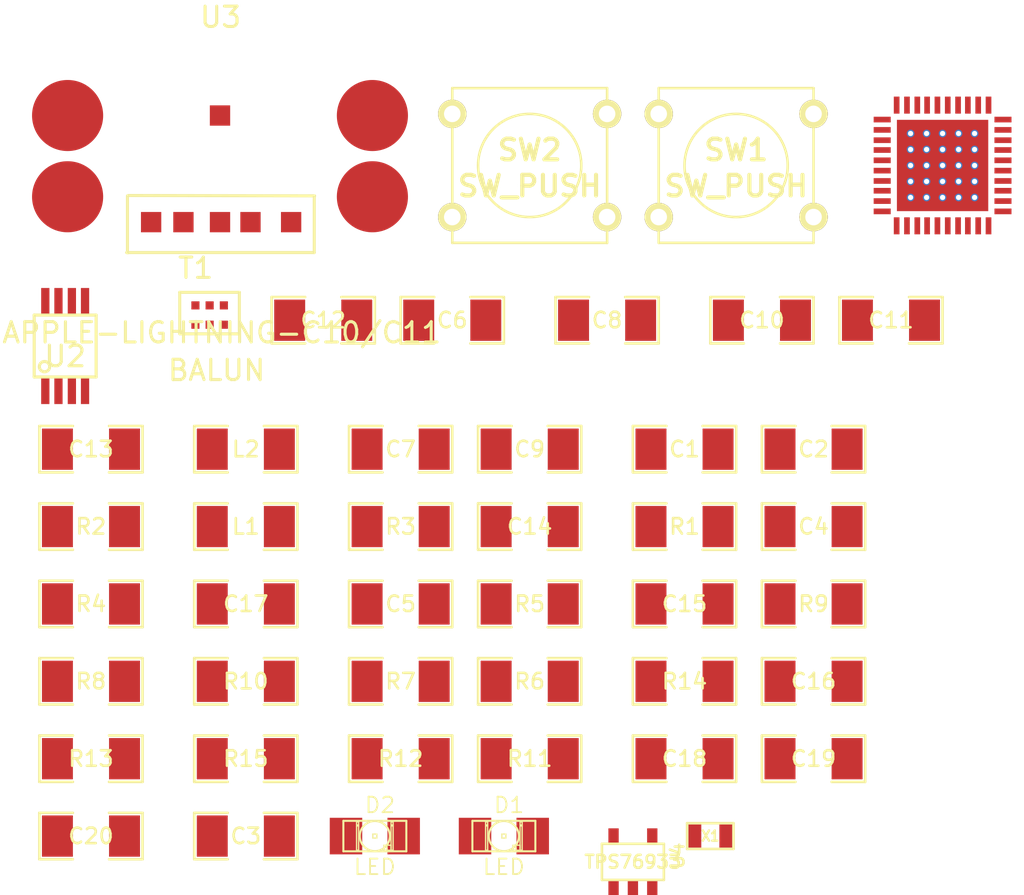
<source format=kicad_pcb>
(kicad_pcb (version 3) (host pcbnew "(2013-07-07 BZR 4022)-stable")

  (general
    (links 96)
    (no_connects 96)
    (area 0 0 0 0)
    (thickness 1.6)
    (drawings 0)
    (tracks 0)
    (zones 0)
    (modules 47)
    (nets 34)
  )

  (page A3)
  (layers
    (15 F.Cu signal)
    (0 B.Cu signal)
    (16 B.Adhes user)
    (17 F.Adhes user)
    (18 B.Paste user)
    (19 F.Paste user)
    (20 B.SilkS user)
    (21 F.SilkS user)
    (22 B.Mask user)
    (23 F.Mask user)
    (24 Dwgs.User user)
    (25 Cmts.User user)
    (26 Eco1.User user)
    (27 Eco2.User user)
    (28 Edge.Cuts user)
  )

  (setup
    (last_trace_width 0.254)
    (trace_clearance 0.254)
    (zone_clearance 0.508)
    (zone_45_only no)
    (trace_min 0.254)
    (segment_width 0.2)
    (edge_width 0.1)
    (via_size 0.889)
    (via_drill 0.635)
    (via_min_size 0.889)
    (via_min_drill 0.508)
    (uvia_size 0.508)
    (uvia_drill 0.127)
    (uvias_allowed no)
    (uvia_min_size 0.508)
    (uvia_min_drill 0.127)
    (pcb_text_width 0.3)
    (pcb_text_size 1.5 1.5)
    (mod_edge_width 0.15)
    (mod_text_size 1 1)
    (mod_text_width 0.15)
    (pad_size 3.5 3.5)
    (pad_drill 0.6)
    (pad_to_mask_clearance 0)
    (aux_axis_origin 0 0)
    (visible_elements FFFFFFBF)
    (pcbplotparams
      (layerselection 3178497)
      (usegerberextensions true)
      (excludeedgelayer true)
      (linewidth 0.150000)
      (plotframeref false)
      (viasonmask false)
      (mode 1)
      (useauxorigin false)
      (hpglpennumber 1)
      (hpglpenspeed 20)
      (hpglpendiameter 15)
      (hpglpenoverlay 2)
      (psnegative false)
      (psa4output false)
      (plotreference true)
      (plotvalue true)
      (plotothertext true)
      (plotinvisibletext false)
      (padsonsilk false)
      (subtractmaskfromsilk false)
      (outputformat 1)
      (mirror false)
      (drillshape 1)
      (scaleselection 1)
      (outputdirectory ""))
  )

  (net 0 "")
  (net 1 3V3)
  (net 2 GND)
  (net 3 N-000001)
  (net 4 N-0000013)
  (net 5 N-0000015)
  (net 6 N-0000017)
  (net 7 N-0000029)
  (net 8 N-000003)
  (net 9 N-000004)
  (net 10 N-0000044)
  (net 11 N-0000045)
  (net 12 N-0000046)
  (net 13 N-0000049)
  (net 14 N-000005)
  (net 15 N-0000050)
  (net 16 N-0000052)
  (net 17 N-0000058)
  (net 18 N-0000059)
  (net 19 N-000006)
  (net 20 N-0000063)
  (net 21 N-0000064)
  (net 22 N-0000065)
  (net 23 N-000007)
  (net 24 N-000009)
  (net 25 P0_0)
  (net 26 P1_0/LED)
  (net 27 P1_2)
  (net 28 P1_3)
  (net 29 PA_DM)
  (net 30 PA_DP)
  (net 31 VBUS)
  (net 32 VCC)
  (net 33 VCC_EXT)

  (net_class Default "This is the default net class."
    (clearance 0.254)
    (trace_width 0.254)
    (via_dia 0.889)
    (via_drill 0.635)
    (uvia_dia 0.508)
    (uvia_drill 0.127)
    (add_net "")
    (add_net 3V3)
    (add_net GND)
    (add_net N-000001)
    (add_net N-0000013)
    (add_net N-0000015)
    (add_net N-0000017)
    (add_net N-0000029)
    (add_net N-000003)
    (add_net N-000004)
    (add_net N-0000044)
    (add_net N-0000045)
    (add_net N-0000046)
    (add_net N-0000049)
    (add_net N-000005)
    (add_net N-0000050)
    (add_net N-0000052)
    (add_net N-0000058)
    (add_net N-0000059)
    (add_net N-000006)
    (add_net N-0000063)
    (add_net N-0000064)
    (add_net N-0000065)
    (add_net N-000007)
    (add_net N-000009)
    (add_net P0_0)
    (add_net P1_0/LED)
    (add_net P1_2)
    (add_net P1_3)
    (add_net PA_DM)
    (add_net PA_DP)
    (add_net VBUS)
    (add_net VCC)
    (add_net VCC_EXT)
  )

  (module SW_PUSH_SMALL (layer F.Cu) (tedit 46544DB3) (tstamp 53726D95)
    (at 214.63 144.78)
    (path /534DA73B/534E06EE)
    (fp_text reference SW1 (at 0 -0.762) (layer F.SilkS)
      (effects (font (size 1.016 1.016) (thickness 0.2032)))
    )
    (fp_text value SW_PUSH (at 0 1.016) (layer F.SilkS)
      (effects (font (size 1.016 1.016) (thickness 0.2032)))
    )
    (fp_circle (center 0 0) (end 0 -2.54) (layer F.SilkS) (width 0.127))
    (fp_line (start -3.81 -3.81) (end 3.81 -3.81) (layer F.SilkS) (width 0.127))
    (fp_line (start 3.81 -3.81) (end 3.81 3.81) (layer F.SilkS) (width 0.127))
    (fp_line (start 3.81 3.81) (end -3.81 3.81) (layer F.SilkS) (width 0.127))
    (fp_line (start -3.81 -3.81) (end -3.81 3.81) (layer F.SilkS) (width 0.127))
    (pad 1 thru_hole circle (at 3.81 -2.54) (size 1.397 1.397) (drill 0.8128)
      (layers *.Cu *.Mask F.SilkS)
      (net 2 GND)
    )
    (pad 2 thru_hole circle (at 3.81 2.54) (size 1.397 1.397) (drill 0.8128)
      (layers *.Cu *.Mask F.SilkS)
      (net 27 P1_2)
    )
    (pad 1 thru_hole circle (at -3.81 -2.54) (size 1.397 1.397) (drill 0.8128)
      (layers *.Cu *.Mask F.SilkS)
      (net 2 GND)
    )
    (pad 2 thru_hole circle (at -3.81 2.54) (size 1.397 1.397) (drill 0.8128)
      (layers *.Cu *.Mask F.SilkS)
      (net 27 P1_2)
    )
  )

  (module SW_PUSH_SMALL (layer F.Cu) (tedit 46544DB3) (tstamp 53726DA2)
    (at 204.47 144.78)
    (path /534DA73B/534E0808)
    (fp_text reference SW2 (at 0 -0.762) (layer F.SilkS)
      (effects (font (size 1.016 1.016) (thickness 0.2032)))
    )
    (fp_text value SW_PUSH (at 0 1.016) (layer F.SilkS)
      (effects (font (size 1.016 1.016) (thickness 0.2032)))
    )
    (fp_circle (center 0 0) (end 0 -2.54) (layer F.SilkS) (width 0.127))
    (fp_line (start -3.81 -3.81) (end 3.81 -3.81) (layer F.SilkS) (width 0.127))
    (fp_line (start 3.81 -3.81) (end 3.81 3.81) (layer F.SilkS) (width 0.127))
    (fp_line (start 3.81 3.81) (end -3.81 3.81) (layer F.SilkS) (width 0.127))
    (fp_line (start -3.81 -3.81) (end -3.81 3.81) (layer F.SilkS) (width 0.127))
    (pad 1 thru_hole circle (at 3.81 -2.54) (size 1.397 1.397) (drill 0.8128)
      (layers *.Cu *.Mask F.SilkS)
      (net 2 GND)
    )
    (pad 2 thru_hole circle (at 3.81 2.54) (size 1.397 1.397) (drill 0.8128)
      (layers *.Cu *.Mask F.SilkS)
      (net 28 P1_3)
    )
    (pad 1 thru_hole circle (at -3.81 -2.54) (size 1.397 1.397) (drill 0.8128)
      (layers *.Cu *.Mask F.SilkS)
      (net 2 GND)
    )
    (pad 2 thru_hole circle (at -3.81 2.54) (size 1.397 1.397) (drill 0.8128)
      (layers *.Cu *.Mask F.SilkS)
      (net 28 P1_3)
    )
  )

  (module SSOP8 (layer F.Cu) (tedit 46ADEAE0) (tstamp 53726DB3)
    (at 181.61 153.67)
    (path /534DA73B/534DA815)
    (attr smd)
    (fp_text reference U2 (at 0 0.508) (layer F.SilkS)
      (effects (font (size 1.016 1.016) (thickness 0.1524)))
    )
    (fp_text value APPLE-CP (at 0 -0.762) (layer F.SilkS) hide
      (effects (font (size 0.762 0.508) (thickness 0.1524)))
    )
    (fp_circle (center -1.016 1.016) (end -1.016 0.762) (layer F.SilkS) (width 0.1524))
    (fp_line (start 1.524 1.524) (end -1.524 1.524) (layer F.SilkS) (width 0.1524))
    (fp_line (start -1.524 1.524) (end -1.524 -1.524) (layer F.SilkS) (width 0.1524))
    (fp_line (start -1.524 -1.524) (end 1.524 -1.524) (layer F.SilkS) (width 0.1524))
    (fp_line (start 1.524 -1.524) (end 1.524 1.524) (layer F.SilkS) (width 0.1524))
    (pad 1 smd rect (at -0.9779 2.2225) (size 0.4064 1.27)
      (layers F.Cu F.Paste F.Mask)
      (net 2 GND)
    )
    (pad 2 smd rect (at -0.3302 2.2225) (size 0.4064 1.27)
      (layers F.Cu F.Paste F.Mask)
      (net 20 N-0000063)
    )
    (pad 3 smd rect (at 0.3302 2.2225) (size 0.4064 1.27)
      (layers F.Cu F.Paste F.Mask)
    )
    (pad 4 smd rect (at 0.9779 2.2225) (size 0.4064 1.27)
      (layers F.Cu F.Paste F.Mask)
    )
    (pad 5 smd rect (at 0.9779 -2.2225) (size 0.4064 1.27)
      (layers F.Cu F.Paste F.Mask)
    )
    (pad 6 smd rect (at 0.3302 -2.2225) (size 0.4064 1.27)
      (layers F.Cu F.Paste F.Mask)
      (net 17 N-0000058)
    )
    (pad 7 smd rect (at -0.3302 -2.2225) (size 0.4064 1.27)
      (layers F.Cu F.Paste F.Mask)
      (net 2 GND)
    )
    (pad 8 smd rect (at -0.9779 -2.2225) (size 0.4064 1.27)
      (layers F.Cu F.Paste F.Mask)
      (net 18 N-0000059)
    )
    (model smd/cms_so8.wrl
      (at (xyz 0 0 0))
      (scale (xyz 0.25 0.25 0.25))
      (rotate (xyz 0 0 0))
    )
  )

  (module SOT23-5 (layer F.Cu) (tedit 4ECF78EF) (tstamp 53726DC0)
    (at 209.55 179.07)
    (path /534CAAB8/534CBA4E)
    (attr smd)
    (fp_text reference U4 (at 2.19964 -0.29972 90) (layer F.SilkS)
      (effects (font (size 0.635 0.635) (thickness 0.127)))
    )
    (fp_text value TPS76933 (at 0 0) (layer F.SilkS)
      (effects (font (size 0.635 0.635) (thickness 0.127)))
    )
    (fp_line (start 1.524 -0.889) (end 1.524 0.889) (layer F.SilkS) (width 0.127))
    (fp_line (start 1.524 0.889) (end -1.524 0.889) (layer F.SilkS) (width 0.127))
    (fp_line (start -1.524 0.889) (end -1.524 -0.889) (layer F.SilkS) (width 0.127))
    (fp_line (start -1.524 -0.889) (end 1.524 -0.889) (layer F.SilkS) (width 0.127))
    (pad 1 smd rect (at -0.9525 1.27) (size 0.508 0.762)
      (layers F.Cu F.Paste F.Mask)
      (net 31 VBUS)
    )
    (pad 3 smd rect (at 0.9525 1.27) (size 0.508 0.762)
      (layers F.Cu F.Paste F.Mask)
      (net 2 GND)
    )
    (pad 5 smd rect (at -0.9525 -1.27) (size 0.508 0.762)
      (layers F.Cu F.Paste F.Mask)
      (net 12 N-0000046)
    )
    (pad 2 smd rect (at 0 1.27) (size 0.508 0.762)
      (layers F.Cu F.Paste F.Mask)
      (net 2 GND)
    )
    (pad 4 smd rect (at 0.9525 -1.27) (size 0.508 0.762)
      (layers F.Cu F.Paste F.Mask)
      (net 11 N-0000045)
    )
    (model smd/SOT23_5.wrl
      (at (xyz 0 0 0))
      (scale (xyz 0.1 0.1 0.1))
      (rotate (xyz 0 0 0))
    )
  )

  (module SM1206 (layer F.Cu) (tedit 42806E24) (tstamp 53726DCC)
    (at 190.5 166.37)
    (path /534DA73B/534DECA4)
    (attr smd)
    (fp_text reference C17 (at 0 0) (layer F.SilkS)
      (effects (font (size 0.762 0.762) (thickness 0.127)))
    )
    (fp_text value C (at 0 0) (layer F.SilkS) hide
      (effects (font (size 0.762 0.762) (thickness 0.127)))
    )
    (fp_line (start -2.54 -1.143) (end -2.54 1.143) (layer F.SilkS) (width 0.127))
    (fp_line (start -2.54 1.143) (end -0.889 1.143) (layer F.SilkS) (width 0.127))
    (fp_line (start 0.889 -1.143) (end 2.54 -1.143) (layer F.SilkS) (width 0.127))
    (fp_line (start 2.54 -1.143) (end 2.54 1.143) (layer F.SilkS) (width 0.127))
    (fp_line (start 2.54 1.143) (end 0.889 1.143) (layer F.SilkS) (width 0.127))
    (fp_line (start -0.889 -1.143) (end -2.54 -1.143) (layer F.SilkS) (width 0.127))
    (pad 1 smd rect (at -1.651 0) (size 1.524 2.032)
      (layers F.Cu F.Paste F.Mask)
      (net 21 N-0000064)
    )
    (pad 2 smd rect (at 1.651 0) (size 1.524 2.032)
      (layers F.Cu F.Paste F.Mask)
      (net 2 GND)
    )
    (model smd/chip_cms.wrl
      (at (xyz 0 0 0))
      (scale (xyz 0.17 0.16 0.16))
      (rotate (xyz 0 0 0))
    )
  )

  (module SM1206 (layer F.Cu) (tedit 42806E24) (tstamp 53726DD8)
    (at 182.88 166.37)
    (path /534DA73B/534DA9CD)
    (attr smd)
    (fp_text reference R4 (at 0 0) (layer F.SilkS)
      (effects (font (size 0.762 0.762) (thickness 0.127)))
    )
    (fp_text value 2.2K (at 0 0) (layer F.SilkS) hide
      (effects (font (size 0.762 0.762) (thickness 0.127)))
    )
    (fp_line (start -2.54 -1.143) (end -2.54 1.143) (layer F.SilkS) (width 0.127))
    (fp_line (start -2.54 1.143) (end -0.889 1.143) (layer F.SilkS) (width 0.127))
    (fp_line (start 0.889 -1.143) (end 2.54 -1.143) (layer F.SilkS) (width 0.127))
    (fp_line (start 2.54 -1.143) (end 2.54 1.143) (layer F.SilkS) (width 0.127))
    (fp_line (start 2.54 1.143) (end 0.889 1.143) (layer F.SilkS) (width 0.127))
    (fp_line (start -0.889 -1.143) (end -2.54 -1.143) (layer F.SilkS) (width 0.127))
    (pad 1 smd rect (at -1.651 0) (size 1.524 2.032)
      (layers F.Cu F.Paste F.Mask)
      (net 20 N-0000063)
    )
    (pad 2 smd rect (at 1.651 0) (size 1.524 2.032)
      (layers F.Cu F.Paste F.Mask)
      (net 32 VCC)
    )
    (model smd/chip_cms.wrl
      (at (xyz 0 0 0))
      (scale (xyz 0.17 0.16 0.16))
      (rotate (xyz 0 0 0))
    )
  )

  (module SM1206 (layer F.Cu) (tedit 42806E24) (tstamp 53726DE4)
    (at 218.44 158.75)
    (path /534B12E1)
    (attr smd)
    (fp_text reference C2 (at 0 0) (layer F.SilkS)
      (effects (font (size 0.762 0.762) (thickness 0.127)))
    )
    (fp_text value 1U (at 0 0) (layer F.SilkS) hide
      (effects (font (size 0.762 0.762) (thickness 0.127)))
    )
    (fp_line (start -2.54 -1.143) (end -2.54 1.143) (layer F.SilkS) (width 0.127))
    (fp_line (start -2.54 1.143) (end -0.889 1.143) (layer F.SilkS) (width 0.127))
    (fp_line (start 0.889 -1.143) (end 2.54 -1.143) (layer F.SilkS) (width 0.127))
    (fp_line (start 2.54 -1.143) (end 2.54 1.143) (layer F.SilkS) (width 0.127))
    (fp_line (start 2.54 1.143) (end 0.889 1.143) (layer F.SilkS) (width 0.127))
    (fp_line (start -0.889 -1.143) (end -2.54 -1.143) (layer F.SilkS) (width 0.127))
    (pad 1 smd rect (at -1.651 0) (size 1.524 2.032)
      (layers F.Cu F.Paste F.Mask)
      (net 5 N-0000015)
    )
    (pad 2 smd rect (at 1.651 0) (size 1.524 2.032)
      (layers F.Cu F.Paste F.Mask)
      (net 2 GND)
    )
    (model smd/chip_cms.wrl
      (at (xyz 0 0 0))
      (scale (xyz 0.17 0.16 0.16))
      (rotate (xyz 0 0 0))
    )
  )

  (module SM1206 (layer F.Cu) (tedit 42806E24) (tstamp 53726DF0)
    (at 204.47 166.37)
    (path /534DA73B/534DA9DC)
    (attr smd)
    (fp_text reference R5 (at 0 0) (layer F.SilkS)
      (effects (font (size 0.762 0.762) (thickness 0.127)))
    )
    (fp_text value 2.2K (at 0 0) (layer F.SilkS) hide
      (effects (font (size 0.762 0.762) (thickness 0.127)))
    )
    (fp_line (start -2.54 -1.143) (end -2.54 1.143) (layer F.SilkS) (width 0.127))
    (fp_line (start -2.54 1.143) (end -0.889 1.143) (layer F.SilkS) (width 0.127))
    (fp_line (start 0.889 -1.143) (end 2.54 -1.143) (layer F.SilkS) (width 0.127))
    (fp_line (start 2.54 -1.143) (end 2.54 1.143) (layer F.SilkS) (width 0.127))
    (fp_line (start 2.54 1.143) (end 0.889 1.143) (layer F.SilkS) (width 0.127))
    (fp_line (start -0.889 -1.143) (end -2.54 -1.143) (layer F.SilkS) (width 0.127))
    (pad 1 smd rect (at -1.651 0) (size 1.524 2.032)
      (layers F.Cu F.Paste F.Mask)
      (net 17 N-0000058)
    )
    (pad 2 smd rect (at 1.651 0) (size 1.524 2.032)
      (layers F.Cu F.Paste F.Mask)
      (net 32 VCC)
    )
    (model smd/chip_cms.wrl
      (at (xyz 0 0 0))
      (scale (xyz 0.17 0.16 0.16))
      (rotate (xyz 0 0 0))
    )
  )

  (module SM1206 (layer F.Cu) (tedit 42806E24) (tstamp 53726DFC)
    (at 212.09 166.37)
    (path /534DA73B/534DAACE)
    (attr smd)
    (fp_text reference C15 (at 0 0) (layer F.SilkS)
      (effects (font (size 0.762 0.762) (thickness 0.127)))
    )
    (fp_text value 0.1U (at 0 0) (layer F.SilkS) hide
      (effects (font (size 0.762 0.762) (thickness 0.127)))
    )
    (fp_line (start -2.54 -1.143) (end -2.54 1.143) (layer F.SilkS) (width 0.127))
    (fp_line (start -2.54 1.143) (end -0.889 1.143) (layer F.SilkS) (width 0.127))
    (fp_line (start 0.889 -1.143) (end 2.54 -1.143) (layer F.SilkS) (width 0.127))
    (fp_line (start 2.54 -1.143) (end 2.54 1.143) (layer F.SilkS) (width 0.127))
    (fp_line (start 2.54 1.143) (end 0.889 1.143) (layer F.SilkS) (width 0.127))
    (fp_line (start -0.889 -1.143) (end -2.54 -1.143) (layer F.SilkS) (width 0.127))
    (pad 1 smd rect (at -1.651 0) (size 1.524 2.032)
      (layers F.Cu F.Paste F.Mask)
      (net 18 N-0000059)
    )
    (pad 2 smd rect (at 1.651 0) (size 1.524 2.032)
      (layers F.Cu F.Paste F.Mask)
      (net 2 GND)
    )
    (model smd/chip_cms.wrl
      (at (xyz 0 0 0))
      (scale (xyz 0.17 0.16 0.16))
      (rotate (xyz 0 0 0))
    )
  )

  (module SM1206 (layer F.Cu) (tedit 42806E24) (tstamp 53726E08)
    (at 218.44 166.37)
    (path /534DA73B/534DE245)
    (attr smd)
    (fp_text reference R9 (at 0 0) (layer F.SilkS)
      (effects (font (size 0.762 0.762) (thickness 0.127)))
    )
    (fp_text value 1K5 (at 0 0) (layer F.SilkS) hide
      (effects (font (size 0.762 0.762) (thickness 0.127)))
    )
    (fp_line (start -2.54 -1.143) (end -2.54 1.143) (layer F.SilkS) (width 0.127))
    (fp_line (start -2.54 1.143) (end -0.889 1.143) (layer F.SilkS) (width 0.127))
    (fp_line (start 0.889 -1.143) (end 2.54 -1.143) (layer F.SilkS) (width 0.127))
    (fp_line (start 2.54 -1.143) (end 2.54 1.143) (layer F.SilkS) (width 0.127))
    (fp_line (start 2.54 1.143) (end 0.889 1.143) (layer F.SilkS) (width 0.127))
    (fp_line (start -0.889 -1.143) (end -2.54 -1.143) (layer F.SilkS) (width 0.127))
    (pad 1 smd rect (at -1.651 0) (size 1.524 2.032)
      (layers F.Cu F.Paste F.Mask)
      (net 13 N-0000049)
    )
    (pad 2 smd rect (at 1.651 0) (size 1.524 2.032)
      (layers F.Cu F.Paste F.Mask)
      (net 22 N-0000065)
    )
    (model smd/chip_cms.wrl
      (at (xyz 0 0 0))
      (scale (xyz 0.17 0.16 0.16))
      (rotate (xyz 0 0 0))
    )
  )

  (module SM1206 (layer F.Cu) (tedit 42806E24) (tstamp 53726E14)
    (at 182.88 170.18)
    (path /534DA73B/534DE254)
    (attr smd)
    (fp_text reference R8 (at 0 0) (layer F.SilkS)
      (effects (font (size 0.762 0.762) (thickness 0.127)))
    )
    (fp_text value R (at 0 0) (layer F.SilkS) hide
      (effects (font (size 0.762 0.762) (thickness 0.127)))
    )
    (fp_line (start -2.54 -1.143) (end -2.54 1.143) (layer F.SilkS) (width 0.127))
    (fp_line (start -2.54 1.143) (end -0.889 1.143) (layer F.SilkS) (width 0.127))
    (fp_line (start 0.889 -1.143) (end 2.54 -1.143) (layer F.SilkS) (width 0.127))
    (fp_line (start 2.54 -1.143) (end 2.54 1.143) (layer F.SilkS) (width 0.127))
    (fp_line (start 2.54 1.143) (end 0.889 1.143) (layer F.SilkS) (width 0.127))
    (fp_line (start -0.889 -1.143) (end -2.54 -1.143) (layer F.SilkS) (width 0.127))
    (pad 1 smd rect (at -1.651 0) (size 1.524 2.032)
      (layers F.Cu F.Paste F.Mask)
      (net 1 3V3)
    )
    (pad 2 smd rect (at 1.651 0) (size 1.524 2.032)
      (layers F.Cu F.Paste F.Mask)
      (net 13 N-0000049)
    )
    (model smd/chip_cms.wrl
      (at (xyz 0 0 0))
      (scale (xyz 0.17 0.16 0.16))
      (rotate (xyz 0 0 0))
    )
  )

  (module SM1206 (layer F.Cu) (tedit 42806E24) (tstamp 53726E20)
    (at 190.5 170.18)
    (path /534DA73B/534DE263)
    (attr smd)
    (fp_text reference R10 (at 0 0) (layer F.SilkS)
      (effects (font (size 0.762 0.762) (thickness 0.127)))
    )
    (fp_text value 0 (at 0 0) (layer F.SilkS) hide
      (effects (font (size 0.762 0.762) (thickness 0.127)))
    )
    (fp_line (start -2.54 -1.143) (end -2.54 1.143) (layer F.SilkS) (width 0.127))
    (fp_line (start -2.54 1.143) (end -0.889 1.143) (layer F.SilkS) (width 0.127))
    (fp_line (start 0.889 -1.143) (end 2.54 -1.143) (layer F.SilkS) (width 0.127))
    (fp_line (start 2.54 -1.143) (end 2.54 1.143) (layer F.SilkS) (width 0.127))
    (fp_line (start 2.54 1.143) (end 0.889 1.143) (layer F.SilkS) (width 0.127))
    (fp_line (start -0.889 -1.143) (end -2.54 -1.143) (layer F.SilkS) (width 0.127))
    (pad 1 smd rect (at -1.651 0) (size 1.524 2.032)
      (layers F.Cu F.Paste F.Mask)
      (net 26 P1_0/LED)
    )
    (pad 2 smd rect (at 1.651 0) (size 1.524 2.032)
      (layers F.Cu F.Paste F.Mask)
      (net 13 N-0000049)
    )
    (model smd/chip_cms.wrl
      (at (xyz 0 0 0))
      (scale (xyz 0.17 0.16 0.16))
      (rotate (xyz 0 0 0))
    )
  )

  (module SM1206 (layer F.Cu) (tedit 42806E24) (tstamp 53726E2C)
    (at 198.12 170.18)
    (path /534DA73B/534DE272)
    (attr smd)
    (fp_text reference R7 (at 0 0) (layer F.SilkS)
      (effects (font (size 0.762 0.762) (thickness 0.127)))
    )
    (fp_text value 33 (at 0 0) (layer F.SilkS) hide
      (effects (font (size 0.762 0.762) (thickness 0.127)))
    )
    (fp_line (start -2.54 -1.143) (end -2.54 1.143) (layer F.SilkS) (width 0.127))
    (fp_line (start -2.54 1.143) (end -0.889 1.143) (layer F.SilkS) (width 0.127))
    (fp_line (start 0.889 -1.143) (end 2.54 -1.143) (layer F.SilkS) (width 0.127))
    (fp_line (start 2.54 -1.143) (end 2.54 1.143) (layer F.SilkS) (width 0.127))
    (fp_line (start 2.54 1.143) (end 0.889 1.143) (layer F.SilkS) (width 0.127))
    (fp_line (start -0.889 -1.143) (end -2.54 -1.143) (layer F.SilkS) (width 0.127))
    (pad 1 smd rect (at -1.651 0) (size 1.524 2.032)
      (layers F.Cu F.Paste F.Mask)
      (net 21 N-0000064)
    )
    (pad 2 smd rect (at 1.651 0) (size 1.524 2.032)
      (layers F.Cu F.Paste F.Mask)
      (net 29 PA_DM)
    )
    (model smd/chip_cms.wrl
      (at (xyz 0 0 0))
      (scale (xyz 0.17 0.16 0.16))
      (rotate (xyz 0 0 0))
    )
  )

  (module SM1206 (layer F.Cu) (tedit 42806E24) (tstamp 53726E38)
    (at 204.47 170.18)
    (path /534DA73B/534DE281)
    (attr smd)
    (fp_text reference R6 (at 0 0) (layer F.SilkS)
      (effects (font (size 0.762 0.762) (thickness 0.127)))
    )
    (fp_text value 33 (at 0 0) (layer F.SilkS) hide
      (effects (font (size 0.762 0.762) (thickness 0.127)))
    )
    (fp_line (start -2.54 -1.143) (end -2.54 1.143) (layer F.SilkS) (width 0.127))
    (fp_line (start -2.54 1.143) (end -0.889 1.143) (layer F.SilkS) (width 0.127))
    (fp_line (start 0.889 -1.143) (end 2.54 -1.143) (layer F.SilkS) (width 0.127))
    (fp_line (start 2.54 -1.143) (end 2.54 1.143) (layer F.SilkS) (width 0.127))
    (fp_line (start 2.54 1.143) (end 0.889 1.143) (layer F.SilkS) (width 0.127))
    (fp_line (start -0.889 -1.143) (end -2.54 -1.143) (layer F.SilkS) (width 0.127))
    (pad 1 smd rect (at -1.651 0) (size 1.524 2.032)
      (layers F.Cu F.Paste F.Mask)
      (net 22 N-0000065)
    )
    (pad 2 smd rect (at 1.651 0) (size 1.524 2.032)
      (layers F.Cu F.Paste F.Mask)
      (net 30 PA_DP)
    )
    (model smd/chip_cms.wrl
      (at (xyz 0 0 0))
      (scale (xyz 0.17 0.16 0.16))
      (rotate (xyz 0 0 0))
    )
  )

  (module SM1206 (layer F.Cu) (tedit 42806E24) (tstamp 53726E44)
    (at 212.09 170.18)
    (path /534CAAB8/534CBD76)
    (attr smd)
    (fp_text reference R14 (at 0 0) (layer F.SilkS)
      (effects (font (size 0.762 0.762) (thickness 0.127)))
    )
    (fp_text value 2 (at 0 0) (layer F.SilkS) hide
      (effects (font (size 0.762 0.762) (thickness 0.127)))
    )
    (fp_line (start -2.54 -1.143) (end -2.54 1.143) (layer F.SilkS) (width 0.127))
    (fp_line (start -2.54 1.143) (end -0.889 1.143) (layer F.SilkS) (width 0.127))
    (fp_line (start 0.889 -1.143) (end 2.54 -1.143) (layer F.SilkS) (width 0.127))
    (fp_line (start 2.54 -1.143) (end 2.54 1.143) (layer F.SilkS) (width 0.127))
    (fp_line (start 2.54 1.143) (end 0.889 1.143) (layer F.SilkS) (width 0.127))
    (fp_line (start -0.889 -1.143) (end -2.54 -1.143) (layer F.SilkS) (width 0.127))
    (pad 1 smd rect (at -1.651 0) (size 1.524 2.032)
      (layers F.Cu F.Paste F.Mask)
      (net 10 N-0000044)
    )
    (pad 2 smd rect (at 1.651 0) (size 1.524 2.032)
      (layers F.Cu F.Paste F.Mask)
      (net 2 GND)
    )
    (model smd/chip_cms.wrl
      (at (xyz 0 0 0))
      (scale (xyz 0.17 0.16 0.16))
      (rotate (xyz 0 0 0))
    )
  )

  (module SM1206 (layer F.Cu) (tedit 42806E24) (tstamp 53726E50)
    (at 218.44 170.18)
    (path /534DA73B/534DECB3)
    (attr smd)
    (fp_text reference C16 (at 0 0) (layer F.SilkS)
      (effects (font (size 0.762 0.762) (thickness 0.127)))
    )
    (fp_text value C (at 0 0) (layer F.SilkS) hide
      (effects (font (size 0.762 0.762) (thickness 0.127)))
    )
    (fp_line (start -2.54 -1.143) (end -2.54 1.143) (layer F.SilkS) (width 0.127))
    (fp_line (start -2.54 1.143) (end -0.889 1.143) (layer F.SilkS) (width 0.127))
    (fp_line (start 0.889 -1.143) (end 2.54 -1.143) (layer F.SilkS) (width 0.127))
    (fp_line (start 2.54 -1.143) (end 2.54 1.143) (layer F.SilkS) (width 0.127))
    (fp_line (start 2.54 1.143) (end 0.889 1.143) (layer F.SilkS) (width 0.127))
    (fp_line (start -0.889 -1.143) (end -2.54 -1.143) (layer F.SilkS) (width 0.127))
    (pad 1 smd rect (at -1.651 0) (size 1.524 2.032)
      (layers F.Cu F.Paste F.Mask)
      (net 22 N-0000065)
    )
    (pad 2 smd rect (at 1.651 0) (size 1.524 2.032)
      (layers F.Cu F.Paste F.Mask)
      (net 2 GND)
    )
    (model smd/chip_cms.wrl
      (at (xyz 0 0 0))
      (scale (xyz 0.17 0.16 0.16))
      (rotate (xyz 0 0 0))
    )
  )

  (module SM1206 (layer F.Cu) (tedit 42806E24) (tstamp 53726E5C)
    (at 182.88 173.99)
    (path /534CAAB8/534CBD94)
    (attr smd)
    (fp_text reference R13 (at 0 0) (layer F.SilkS)
      (effects (font (size 0.762 0.762) (thickness 0.127)))
    )
    (fp_text value 0 (at 0 0) (layer F.SilkS) hide
      (effects (font (size 0.762 0.762) (thickness 0.127)))
    )
    (fp_line (start -2.54 -1.143) (end -2.54 1.143) (layer F.SilkS) (width 0.127))
    (fp_line (start -2.54 1.143) (end -0.889 1.143) (layer F.SilkS) (width 0.127))
    (fp_line (start 0.889 -1.143) (end 2.54 -1.143) (layer F.SilkS) (width 0.127))
    (fp_line (start 2.54 -1.143) (end 2.54 1.143) (layer F.SilkS) (width 0.127))
    (fp_line (start 2.54 1.143) (end 0.889 1.143) (layer F.SilkS) (width 0.127))
    (fp_line (start -0.889 -1.143) (end -2.54 -1.143) (layer F.SilkS) (width 0.127))
    (pad 1 smd rect (at -1.651 0) (size 1.524 2.032)
      (layers F.Cu F.Paste F.Mask)
      (net 1 3V3)
    )
    (pad 2 smd rect (at 1.651 0) (size 1.524 2.032)
      (layers F.Cu F.Paste F.Mask)
      (net 12 N-0000046)
    )
    (model smd/chip_cms.wrl
      (at (xyz 0 0 0))
      (scale (xyz 0.17 0.16 0.16))
      (rotate (xyz 0 0 0))
    )
  )

  (module SM1206 (layer F.Cu) (tedit 42806E24) (tstamp 53726E68)
    (at 190.5 173.99)
    (path /534CAAB8/534CBD85)
    (attr smd)
    (fp_text reference R15 (at 0 0) (layer F.SilkS)
      (effects (font (size 0.762 0.762) (thickness 0.127)))
    )
    (fp_text value R (at 0 0) (layer F.SilkS) hide
      (effects (font (size 0.762 0.762) (thickness 0.127)))
    )
    (fp_line (start -2.54 -1.143) (end -2.54 1.143) (layer F.SilkS) (width 0.127))
    (fp_line (start -2.54 1.143) (end -0.889 1.143) (layer F.SilkS) (width 0.127))
    (fp_line (start 0.889 -1.143) (end 2.54 -1.143) (layer F.SilkS) (width 0.127))
    (fp_line (start 2.54 -1.143) (end 2.54 1.143) (layer F.SilkS) (width 0.127))
    (fp_line (start 2.54 1.143) (end 0.889 1.143) (layer F.SilkS) (width 0.127))
    (fp_line (start -0.889 -1.143) (end -2.54 -1.143) (layer F.SilkS) (width 0.127))
    (pad 1 smd rect (at -1.651 0) (size 1.524 2.032)
      (layers F.Cu F.Paste F.Mask)
      (net 33 VCC_EXT)
    )
    (pad 2 smd rect (at 1.651 0) (size 1.524 2.032)
      (layers F.Cu F.Paste F.Mask)
      (net 1 3V3)
    )
    (model smd/chip_cms.wrl
      (at (xyz 0 0 0))
      (scale (xyz 0.17 0.16 0.16))
      (rotate (xyz 0 0 0))
    )
  )

  (module SM1206 (layer F.Cu) (tedit 42806E24) (tstamp 53726E74)
    (at 198.12 173.99)
    (path /534DA73B/534E102C)
    (attr smd)
    (fp_text reference R12 (at 0 0) (layer F.SilkS)
      (effects (font (size 0.762 0.762) (thickness 0.127)))
    )
    (fp_text value 270 (at 0 0) (layer F.SilkS) hide
      (effects (font (size 0.762 0.762) (thickness 0.127)))
    )
    (fp_line (start -2.54 -1.143) (end -2.54 1.143) (layer F.SilkS) (width 0.127))
    (fp_line (start -2.54 1.143) (end -0.889 1.143) (layer F.SilkS) (width 0.127))
    (fp_line (start 0.889 -1.143) (end 2.54 -1.143) (layer F.SilkS) (width 0.127))
    (fp_line (start 2.54 -1.143) (end 2.54 1.143) (layer F.SilkS) (width 0.127))
    (fp_line (start 2.54 1.143) (end 0.889 1.143) (layer F.SilkS) (width 0.127))
    (fp_line (start -0.889 -1.143) (end -2.54 -1.143) (layer F.SilkS) (width 0.127))
    (pad 1 smd rect (at -1.651 0) (size 1.524 2.032)
      (layers F.Cu F.Paste F.Mask)
    )
    (pad 2 smd rect (at 1.651 0) (size 1.524 2.032)
      (layers F.Cu F.Paste F.Mask)
      (net 16 N-0000052)
    )
    (model smd/chip_cms.wrl
      (at (xyz 0 0 0))
      (scale (xyz 0.17 0.16 0.16))
      (rotate (xyz 0 0 0))
    )
  )

  (module SM1206 (layer F.Cu) (tedit 42806E24) (tstamp 53726E80)
    (at 204.47 173.99)
    (path /534DA73B/534E1290)
    (attr smd)
    (fp_text reference R11 (at 0 0) (layer F.SilkS)
      (effects (font (size 0.762 0.762) (thickness 0.127)))
    )
    (fp_text value 270 (at 0 0) (layer F.SilkS) hide
      (effects (font (size 0.762 0.762) (thickness 0.127)))
    )
    (fp_line (start -2.54 -1.143) (end -2.54 1.143) (layer F.SilkS) (width 0.127))
    (fp_line (start -2.54 1.143) (end -0.889 1.143) (layer F.SilkS) (width 0.127))
    (fp_line (start 0.889 -1.143) (end 2.54 -1.143) (layer F.SilkS) (width 0.127))
    (fp_line (start 2.54 -1.143) (end 2.54 1.143) (layer F.SilkS) (width 0.127))
    (fp_line (start 2.54 1.143) (end 0.889 1.143) (layer F.SilkS) (width 0.127))
    (fp_line (start -0.889 -1.143) (end -2.54 -1.143) (layer F.SilkS) (width 0.127))
    (pad 1 smd rect (at -1.651 0) (size 1.524 2.032)
      (layers F.Cu F.Paste F.Mask)
    )
    (pad 2 smd rect (at 1.651 0) (size 1.524 2.032)
      (layers F.Cu F.Paste F.Mask)
      (net 15 N-0000050)
    )
    (model smd/chip_cms.wrl
      (at (xyz 0 0 0))
      (scale (xyz 0.17 0.16 0.16))
      (rotate (xyz 0 0 0))
    )
  )

  (module SM1206 (layer F.Cu) (tedit 42806E24) (tstamp 53726E8C)
    (at 212.09 173.99)
    (path /534CAAB8/534CBC8E)
    (attr smd)
    (fp_text reference C18 (at 0 0) (layer F.SilkS)
      (effects (font (size 0.762 0.762) (thickness 0.127)))
    )
    (fp_text value 1U (at 0 0) (layer F.SilkS) hide
      (effects (font (size 0.762 0.762) (thickness 0.127)))
    )
    (fp_line (start -2.54 -1.143) (end -2.54 1.143) (layer F.SilkS) (width 0.127))
    (fp_line (start -2.54 1.143) (end -0.889 1.143) (layer F.SilkS) (width 0.127))
    (fp_line (start 0.889 -1.143) (end 2.54 -1.143) (layer F.SilkS) (width 0.127))
    (fp_line (start 2.54 -1.143) (end 2.54 1.143) (layer F.SilkS) (width 0.127))
    (fp_line (start 2.54 1.143) (end 0.889 1.143) (layer F.SilkS) (width 0.127))
    (fp_line (start -0.889 -1.143) (end -2.54 -1.143) (layer F.SilkS) (width 0.127))
    (pad 1 smd rect (at -1.651 0) (size 1.524 2.032)
      (layers F.Cu F.Paste F.Mask)
      (net 31 VBUS)
    )
    (pad 2 smd rect (at 1.651 0) (size 1.524 2.032)
      (layers F.Cu F.Paste F.Mask)
      (net 2 GND)
    )
    (model smd/chip_cms.wrl
      (at (xyz 0 0 0))
      (scale (xyz 0.17 0.16 0.16))
      (rotate (xyz 0 0 0))
    )
  )

  (module SM1206 (layer F.Cu) (tedit 42806E24) (tstamp 53726E98)
    (at 218.44 173.99)
    (path /534CAAB8/534CBC9D)
    (attr smd)
    (fp_text reference C19 (at 0 0) (layer F.SilkS)
      (effects (font (size 0.762 0.762) (thickness 0.127)))
    )
    (fp_text value C (at 0 0) (layer F.SilkS) hide
      (effects (font (size 0.762 0.762) (thickness 0.127)))
    )
    (fp_line (start -2.54 -1.143) (end -2.54 1.143) (layer F.SilkS) (width 0.127))
    (fp_line (start -2.54 1.143) (end -0.889 1.143) (layer F.SilkS) (width 0.127))
    (fp_line (start 0.889 -1.143) (end 2.54 -1.143) (layer F.SilkS) (width 0.127))
    (fp_line (start 2.54 -1.143) (end 2.54 1.143) (layer F.SilkS) (width 0.127))
    (fp_line (start 2.54 1.143) (end 0.889 1.143) (layer F.SilkS) (width 0.127))
    (fp_line (start -0.889 -1.143) (end -2.54 -1.143) (layer F.SilkS) (width 0.127))
    (pad 1 smd rect (at -1.651 0) (size 1.524 2.032)
      (layers F.Cu F.Paste F.Mask)
      (net 11 N-0000045)
    )
    (pad 2 smd rect (at 1.651 0) (size 1.524 2.032)
      (layers F.Cu F.Paste F.Mask)
      (net 2 GND)
    )
    (model smd/chip_cms.wrl
      (at (xyz 0 0 0))
      (scale (xyz 0.17 0.16 0.16))
      (rotate (xyz 0 0 0))
    )
  )

  (module SM1206 (layer F.Cu) (tedit 42806E24) (tstamp 53726EA4)
    (at 182.88 177.8)
    (path /534CAAB8/534CBCAC)
    (attr smd)
    (fp_text reference C20 (at 0 0) (layer F.SilkS)
      (effects (font (size 0.762 0.762) (thickness 0.127)))
    )
    (fp_text value 4U7 (at 0 0) (layer F.SilkS) hide
      (effects (font (size 0.762 0.762) (thickness 0.127)))
    )
    (fp_line (start -2.54 -1.143) (end -2.54 1.143) (layer F.SilkS) (width 0.127))
    (fp_line (start -2.54 1.143) (end -0.889 1.143) (layer F.SilkS) (width 0.127))
    (fp_line (start 0.889 -1.143) (end 2.54 -1.143) (layer F.SilkS) (width 0.127))
    (fp_line (start 2.54 -1.143) (end 2.54 1.143) (layer F.SilkS) (width 0.127))
    (fp_line (start 2.54 1.143) (end 0.889 1.143) (layer F.SilkS) (width 0.127))
    (fp_line (start -0.889 -1.143) (end -2.54 -1.143) (layer F.SilkS) (width 0.127))
    (pad 1 smd rect (at -1.651 0) (size 1.524 2.032)
      (layers F.Cu F.Paste F.Mask)
      (net 12 N-0000046)
    )
    (pad 2 smd rect (at 1.651 0) (size 1.524 2.032)
      (layers F.Cu F.Paste F.Mask)
      (net 10 N-0000044)
    )
    (model smd/chip_cms.wrl
      (at (xyz 0 0 0))
      (scale (xyz 0.17 0.16 0.16))
      (rotate (xyz 0 0 0))
    )
  )

  (module SM1206 (layer F.Cu) (tedit 42806E24) (tstamp 53726EB0)
    (at 190.5 177.8)
    (path /534B12F0)
    (attr smd)
    (fp_text reference C3 (at 0 0) (layer F.SilkS)
      (effects (font (size 0.762 0.762) (thickness 0.127)))
    )
    (fp_text value 100N (at 0 0) (layer F.SilkS) hide
      (effects (font (size 0.762 0.762) (thickness 0.127)))
    )
    (fp_line (start -2.54 -1.143) (end -2.54 1.143) (layer F.SilkS) (width 0.127))
    (fp_line (start -2.54 1.143) (end -0.889 1.143) (layer F.SilkS) (width 0.127))
    (fp_line (start 0.889 -1.143) (end 2.54 -1.143) (layer F.SilkS) (width 0.127))
    (fp_line (start 2.54 -1.143) (end 2.54 1.143) (layer F.SilkS) (width 0.127))
    (fp_line (start 2.54 1.143) (end 0.889 1.143) (layer F.SilkS) (width 0.127))
    (fp_line (start -0.889 -1.143) (end -2.54 -1.143) (layer F.SilkS) (width 0.127))
    (pad 1 smd rect (at -1.651 0) (size 1.524 2.032)
      (layers F.Cu F.Paste F.Mask)
      (net 7 N-0000029)
    )
    (pad 2 smd rect (at 1.651 0) (size 1.524 2.032)
      (layers F.Cu F.Paste F.Mask)
      (net 2 GND)
    )
    (model smd/chip_cms.wrl
      (at (xyz 0 0 0))
      (scale (xyz 0.17 0.16 0.16))
      (rotate (xyz 0 0 0))
    )
  )

  (module SM1206 (layer F.Cu) (tedit 42806E24) (tstamp 53726EBC)
    (at 198.12 166.37)
    (path /534B47E4)
    (attr smd)
    (fp_text reference C5 (at 0 0) (layer F.SilkS)
      (effects (font (size 0.762 0.762) (thickness 0.127)))
    )
    (fp_text value 100N (at 0 0) (layer F.SilkS) hide
      (effects (font (size 0.762 0.762) (thickness 0.127)))
    )
    (fp_line (start -2.54 -1.143) (end -2.54 1.143) (layer F.SilkS) (width 0.127))
    (fp_line (start -2.54 1.143) (end -0.889 1.143) (layer F.SilkS) (width 0.127))
    (fp_line (start 0.889 -1.143) (end 2.54 -1.143) (layer F.SilkS) (width 0.127))
    (fp_line (start 2.54 -1.143) (end 2.54 1.143) (layer F.SilkS) (width 0.127))
    (fp_line (start 2.54 1.143) (end 0.889 1.143) (layer F.SilkS) (width 0.127))
    (fp_line (start -0.889 -1.143) (end -2.54 -1.143) (layer F.SilkS) (width 0.127))
    (pad 1 smd rect (at -1.651 0) (size 1.524 2.032)
      (layers F.Cu F.Paste F.Mask)
      (net 32 VCC)
    )
    (pad 2 smd rect (at 1.651 0) (size 1.524 2.032)
      (layers F.Cu F.Paste F.Mask)
      (net 2 GND)
    )
    (model smd/chip_cms.wrl
      (at (xyz 0 0 0))
      (scale (xyz 0.17 0.16 0.16))
      (rotate (xyz 0 0 0))
    )
  )

  (module SM1206 (layer F.Cu) (tedit 42806E24) (tstamp 53726EC8)
    (at 200.66 152.4)
    (path /534B47F3)
    (attr smd)
    (fp_text reference C6 (at 0 0) (layer F.SilkS)
      (effects (font (size 0.762 0.762) (thickness 0.127)))
    )
    (fp_text value 100N (at 0 0) (layer F.SilkS) hide
      (effects (font (size 0.762 0.762) (thickness 0.127)))
    )
    (fp_line (start -2.54 -1.143) (end -2.54 1.143) (layer F.SilkS) (width 0.127))
    (fp_line (start -2.54 1.143) (end -0.889 1.143) (layer F.SilkS) (width 0.127))
    (fp_line (start 0.889 -1.143) (end 2.54 -1.143) (layer F.SilkS) (width 0.127))
    (fp_line (start 2.54 -1.143) (end 2.54 1.143) (layer F.SilkS) (width 0.127))
    (fp_line (start 2.54 1.143) (end 0.889 1.143) (layer F.SilkS) (width 0.127))
    (fp_line (start -0.889 -1.143) (end -2.54 -1.143) (layer F.SilkS) (width 0.127))
    (pad 1 smd rect (at -1.651 0) (size 1.524 2.032)
      (layers F.Cu F.Paste F.Mask)
      (net 32 VCC)
    )
    (pad 2 smd rect (at 1.651 0) (size 1.524 2.032)
      (layers F.Cu F.Paste F.Mask)
      (net 2 GND)
    )
    (model smd/chip_cms.wrl
      (at (xyz 0 0 0))
      (scale (xyz 0.17 0.16 0.16))
      (rotate (xyz 0 0 0))
    )
  )

  (module SM1206 (layer F.Cu) (tedit 42806E24) (tstamp 53726ED4)
    (at 208.28 152.4)
    (path /534B4802)
    (attr smd)
    (fp_text reference C8 (at 0 0) (layer F.SilkS)
      (effects (font (size 0.762 0.762) (thickness 0.127)))
    )
    (fp_text value 100N (at 0 0) (layer F.SilkS) hide
      (effects (font (size 0.762 0.762) (thickness 0.127)))
    )
    (fp_line (start -2.54 -1.143) (end -2.54 1.143) (layer F.SilkS) (width 0.127))
    (fp_line (start -2.54 1.143) (end -0.889 1.143) (layer F.SilkS) (width 0.127))
    (fp_line (start 0.889 -1.143) (end 2.54 -1.143) (layer F.SilkS) (width 0.127))
    (fp_line (start 2.54 -1.143) (end 2.54 1.143) (layer F.SilkS) (width 0.127))
    (fp_line (start 2.54 1.143) (end 0.889 1.143) (layer F.SilkS) (width 0.127))
    (fp_line (start -0.889 -1.143) (end -2.54 -1.143) (layer F.SilkS) (width 0.127))
    (pad 1 smd rect (at -1.651 0) (size 1.524 2.032)
      (layers F.Cu F.Paste F.Mask)
      (net 32 VCC)
    )
    (pad 2 smd rect (at 1.651 0) (size 1.524 2.032)
      (layers F.Cu F.Paste F.Mask)
      (net 2 GND)
    )
    (model smd/chip_cms.wrl
      (at (xyz 0 0 0))
      (scale (xyz 0.17 0.16 0.16))
      (rotate (xyz 0 0 0))
    )
  )

  (module SM1206 (layer F.Cu) (tedit 42806E24) (tstamp 53726EE0)
    (at 215.9 152.4)
    (path /534B4811)
    (attr smd)
    (fp_text reference C10 (at 0 0) (layer F.SilkS)
      (effects (font (size 0.762 0.762) (thickness 0.127)))
    )
    (fp_text value 220P (at 0 0) (layer F.SilkS) hide
      (effects (font (size 0.762 0.762) (thickness 0.127)))
    )
    (fp_line (start -2.54 -1.143) (end -2.54 1.143) (layer F.SilkS) (width 0.127))
    (fp_line (start -2.54 1.143) (end -0.889 1.143) (layer F.SilkS) (width 0.127))
    (fp_line (start 0.889 -1.143) (end 2.54 -1.143) (layer F.SilkS) (width 0.127))
    (fp_line (start 2.54 -1.143) (end 2.54 1.143) (layer F.SilkS) (width 0.127))
    (fp_line (start 2.54 1.143) (end 0.889 1.143) (layer F.SilkS) (width 0.127))
    (fp_line (start -0.889 -1.143) (end -2.54 -1.143) (layer F.SilkS) (width 0.127))
    (pad 1 smd rect (at -1.651 0) (size 1.524 2.032)
      (layers F.Cu F.Paste F.Mask)
      (net 32 VCC)
    )
    (pad 2 smd rect (at 1.651 0) (size 1.524 2.032)
      (layers F.Cu F.Paste F.Mask)
      (net 2 GND)
    )
    (model smd/chip_cms.wrl
      (at (xyz 0 0 0))
      (scale (xyz 0.17 0.16 0.16))
      (rotate (xyz 0 0 0))
    )
  )

  (module SM1206 (layer F.Cu) (tedit 42806E24) (tstamp 53726EEC)
    (at 222.25 152.4)
    (path /534B4820)
    (attr smd)
    (fp_text reference C11 (at 0 0) (layer F.SilkS)
      (effects (font (size 0.762 0.762) (thickness 0.127)))
    )
    (fp_text value 100N (at 0 0) (layer F.SilkS) hide
      (effects (font (size 0.762 0.762) (thickness 0.127)))
    )
    (fp_line (start -2.54 -1.143) (end -2.54 1.143) (layer F.SilkS) (width 0.127))
    (fp_line (start -2.54 1.143) (end -0.889 1.143) (layer F.SilkS) (width 0.127))
    (fp_line (start 0.889 -1.143) (end 2.54 -1.143) (layer F.SilkS) (width 0.127))
    (fp_line (start 2.54 -1.143) (end 2.54 1.143) (layer F.SilkS) (width 0.127))
    (fp_line (start 2.54 1.143) (end 0.889 1.143) (layer F.SilkS) (width 0.127))
    (fp_line (start -0.889 -1.143) (end -2.54 -1.143) (layer F.SilkS) (width 0.127))
    (pad 1 smd rect (at -1.651 0) (size 1.524 2.032)
      (layers F.Cu F.Paste F.Mask)
      (net 32 VCC)
    )
    (pad 2 smd rect (at 1.651 0) (size 1.524 2.032)
      (layers F.Cu F.Paste F.Mask)
      (net 2 GND)
    )
    (model smd/chip_cms.wrl
      (at (xyz 0 0 0))
      (scale (xyz 0.17 0.16 0.16))
      (rotate (xyz 0 0 0))
    )
  )

  (module SM1206 (layer F.Cu) (tedit 42806E24) (tstamp 53726EF8)
    (at 182.88 158.75)
    (path /534B482F)
    (attr smd)
    (fp_text reference C13 (at 0 0) (layer F.SilkS)
      (effects (font (size 0.762 0.762) (thickness 0.127)))
    )
    (fp_text value 2U (at 0 0) (layer F.SilkS) hide
      (effects (font (size 0.762 0.762) (thickness 0.127)))
    )
    (fp_line (start -2.54 -1.143) (end -2.54 1.143) (layer F.SilkS) (width 0.127))
    (fp_line (start -2.54 1.143) (end -0.889 1.143) (layer F.SilkS) (width 0.127))
    (fp_line (start 0.889 -1.143) (end 2.54 -1.143) (layer F.SilkS) (width 0.127))
    (fp_line (start 2.54 -1.143) (end 2.54 1.143) (layer F.SilkS) (width 0.127))
    (fp_line (start 2.54 1.143) (end 0.889 1.143) (layer F.SilkS) (width 0.127))
    (fp_line (start -0.889 -1.143) (end -2.54 -1.143) (layer F.SilkS) (width 0.127))
    (pad 1 smd rect (at -1.651 0) (size 1.524 2.032)
      (layers F.Cu F.Paste F.Mask)
      (net 32 VCC)
    )
    (pad 2 smd rect (at 1.651 0) (size 1.524 2.032)
      (layers F.Cu F.Paste F.Mask)
      (net 2 GND)
    )
    (model smd/chip_cms.wrl
      (at (xyz 0 0 0))
      (scale (xyz 0.17 0.16 0.16))
      (rotate (xyz 0 0 0))
    )
  )

  (module SM1206 (layer F.Cu) (tedit 42806E24) (tstamp 53726F04)
    (at 190.5 158.75)
    (path /534B5200)
    (attr smd)
    (fp_text reference L2 (at 0 0) (layer F.SilkS)
      (effects (font (size 0.762 0.762) (thickness 0.127)))
    )
    (fp_text value INDUCTOR (at 0 0) (layer F.SilkS) hide
      (effects (font (size 0.762 0.762) (thickness 0.127)))
    )
    (fp_line (start -2.54 -1.143) (end -2.54 1.143) (layer F.SilkS) (width 0.127))
    (fp_line (start -2.54 1.143) (end -0.889 1.143) (layer F.SilkS) (width 0.127))
    (fp_line (start 0.889 -1.143) (end 2.54 -1.143) (layer F.SilkS) (width 0.127))
    (fp_line (start 2.54 -1.143) (end 2.54 1.143) (layer F.SilkS) (width 0.127))
    (fp_line (start 2.54 1.143) (end 0.889 1.143) (layer F.SilkS) (width 0.127))
    (fp_line (start -0.889 -1.143) (end -2.54 -1.143) (layer F.SilkS) (width 0.127))
    (pad 1 smd rect (at -1.651 0) (size 1.524 2.032)
      (layers F.Cu F.Paste F.Mask)
      (net 1 3V3)
    )
    (pad 2 smd rect (at 1.651 0) (size 1.524 2.032)
      (layers F.Cu F.Paste F.Mask)
      (net 32 VCC)
    )
    (model smd/chip_cms.wrl
      (at (xyz 0 0 0))
      (scale (xyz 0.17 0.16 0.16))
      (rotate (xyz 0 0 0))
    )
  )

  (module SM1206 (layer F.Cu) (tedit 42806E24) (tstamp 53726F10)
    (at 198.12 158.75)
    (path /534C7449)
    (attr smd)
    (fp_text reference C7 (at 0 0) (layer F.SilkS)
      (effects (font (size 0.762 0.762) (thickness 0.127)))
    )
    (fp_text value 1U (at 0 0) (layer F.SilkS) hide
      (effects (font (size 0.762 0.762) (thickness 0.127)))
    )
    (fp_line (start -2.54 -1.143) (end -2.54 1.143) (layer F.SilkS) (width 0.127))
    (fp_line (start -2.54 1.143) (end -0.889 1.143) (layer F.SilkS) (width 0.127))
    (fp_line (start 0.889 -1.143) (end 2.54 -1.143) (layer F.SilkS) (width 0.127))
    (fp_line (start 2.54 -1.143) (end 2.54 1.143) (layer F.SilkS) (width 0.127))
    (fp_line (start 2.54 1.143) (end 0.889 1.143) (layer F.SilkS) (width 0.127))
    (fp_line (start -0.889 -1.143) (end -2.54 -1.143) (layer F.SilkS) (width 0.127))
    (pad 1 smd rect (at -1.651 0) (size 1.524 2.032)
      (layers F.Cu F.Paste F.Mask)
      (net 19 N-000006)
    )
    (pad 2 smd rect (at 1.651 0) (size 1.524 2.032)
      (layers F.Cu F.Paste F.Mask)
      (net 2 GND)
    )
    (model smd/chip_cms.wrl
      (at (xyz 0 0 0))
      (scale (xyz 0.17 0.16 0.16))
      (rotate (xyz 0 0 0))
    )
  )

  (module SM1206 (layer F.Cu) (tedit 42806E24) (tstamp 53726F1C)
    (at 204.47 158.75)
    (path /534C7458)
    (attr smd)
    (fp_text reference C9 (at 0 0) (layer F.SilkS)
      (effects (font (size 0.762 0.762) (thickness 0.127)))
    )
    (fp_text value 27P (at 0 0) (layer F.SilkS) hide
      (effects (font (size 0.762 0.762) (thickness 0.127)))
    )
    (fp_line (start -2.54 -1.143) (end -2.54 1.143) (layer F.SilkS) (width 0.127))
    (fp_line (start -2.54 1.143) (end -0.889 1.143) (layer F.SilkS) (width 0.127))
    (fp_line (start 0.889 -1.143) (end 2.54 -1.143) (layer F.SilkS) (width 0.127))
    (fp_line (start 2.54 -1.143) (end 2.54 1.143) (layer F.SilkS) (width 0.127))
    (fp_line (start 2.54 1.143) (end 0.889 1.143) (layer F.SilkS) (width 0.127))
    (fp_line (start -0.889 -1.143) (end -2.54 -1.143) (layer F.SilkS) (width 0.127))
    (pad 1 smd rect (at -1.651 0) (size 1.524 2.032)
      (layers F.Cu F.Paste F.Mask)
      (net 23 N-000007)
    )
    (pad 2 smd rect (at 1.651 0) (size 1.524 2.032)
      (layers F.Cu F.Paste F.Mask)
      (net 2 GND)
    )
    (model smd/chip_cms.wrl
      (at (xyz 0 0 0))
      (scale (xyz 0.17 0.16 0.16))
      (rotate (xyz 0 0 0))
    )
  )

  (module SM1206 (layer F.Cu) (tedit 42806E24) (tstamp 53726F28)
    (at 212.09 158.75)
    (path /534B12FF)
    (attr smd)
    (fp_text reference C1 (at 0 0) (layer F.SilkS)
      (effects (font (size 0.762 0.762) (thickness 0.127)))
    )
    (fp_text value 10P (at 0 0) (layer F.SilkS) hide
      (effects (font (size 0.762 0.762) (thickness 0.127)))
    )
    (fp_line (start -2.54 -1.143) (end -2.54 1.143) (layer F.SilkS) (width 0.127))
    (fp_line (start -2.54 1.143) (end -0.889 1.143) (layer F.SilkS) (width 0.127))
    (fp_line (start 0.889 -1.143) (end 2.54 -1.143) (layer F.SilkS) (width 0.127))
    (fp_line (start 2.54 -1.143) (end 2.54 1.143) (layer F.SilkS) (width 0.127))
    (fp_line (start 2.54 1.143) (end 0.889 1.143) (layer F.SilkS) (width 0.127))
    (fp_line (start -0.889 -1.143) (end -2.54 -1.143) (layer F.SilkS) (width 0.127))
    (pad 1 smd rect (at -1.651 0) (size 1.524 2.032)
      (layers F.Cu F.Paste F.Mask)
      (net 32 VCC)
    )
    (pad 2 smd rect (at 1.651 0) (size 1.524 2.032)
      (layers F.Cu F.Paste F.Mask)
      (net 2 GND)
    )
    (model smd/chip_cms.wrl
      (at (xyz 0 0 0))
      (scale (xyz 0.17 0.16 0.16))
      (rotate (xyz 0 0 0))
    )
  )

  (module SM1206 (layer F.Cu) (tedit 42806E24) (tstamp 53726F34)
    (at 194.31 152.4)
    (path /534C7467)
    (attr smd)
    (fp_text reference C12 (at 0 0) (layer F.SilkS)
      (effects (font (size 0.762 0.762) (thickness 0.127)))
    )
    (fp_text value 27P (at 0 0) (layer F.SilkS) hide
      (effects (font (size 0.762 0.762) (thickness 0.127)))
    )
    (fp_line (start -2.54 -1.143) (end -2.54 1.143) (layer F.SilkS) (width 0.127))
    (fp_line (start -2.54 1.143) (end -0.889 1.143) (layer F.SilkS) (width 0.127))
    (fp_line (start 0.889 -1.143) (end 2.54 -1.143) (layer F.SilkS) (width 0.127))
    (fp_line (start 2.54 -1.143) (end 2.54 1.143) (layer F.SilkS) (width 0.127))
    (fp_line (start 2.54 1.143) (end 0.889 1.143) (layer F.SilkS) (width 0.127))
    (fp_line (start -0.889 -1.143) (end -2.54 -1.143) (layer F.SilkS) (width 0.127))
    (pad 1 smd rect (at -1.651 0) (size 1.524 2.032)
      (layers F.Cu F.Paste F.Mask)
      (net 4 N-0000013)
    )
    (pad 2 smd rect (at 1.651 0) (size 1.524 2.032)
      (layers F.Cu F.Paste F.Mask)
      (net 2 GND)
    )
    (model smd/chip_cms.wrl
      (at (xyz 0 0 0))
      (scale (xyz 0.17 0.16 0.16))
      (rotate (xyz 0 0 0))
    )
  )

  (module SM1206 (layer F.Cu) (tedit 42806E24) (tstamp 53726F40)
    (at 182.88 162.56)
    (path /534C7476)
    (attr smd)
    (fp_text reference R2 (at 0 0) (layer F.SilkS)
      (effects (font (size 0.762 0.762) (thickness 0.127)))
    )
    (fp_text value 56K (at 0 0) (layer F.SilkS) hide
      (effects (font (size 0.762 0.762) (thickness 0.127)))
    )
    (fp_line (start -2.54 -1.143) (end -2.54 1.143) (layer F.SilkS) (width 0.127))
    (fp_line (start -2.54 1.143) (end -0.889 1.143) (layer F.SilkS) (width 0.127))
    (fp_line (start 0.889 -1.143) (end 2.54 -1.143) (layer F.SilkS) (width 0.127))
    (fp_line (start 2.54 -1.143) (end 2.54 1.143) (layer F.SilkS) (width 0.127))
    (fp_line (start 2.54 1.143) (end 0.889 1.143) (layer F.SilkS) (width 0.127))
    (fp_line (start -0.889 -1.143) (end -2.54 -1.143) (layer F.SilkS) (width 0.127))
    (pad 1 smd rect (at -1.651 0) (size 1.524 2.032)
      (layers F.Cu F.Paste F.Mask)
      (net 9 N-000004)
    )
    (pad 2 smd rect (at 1.651 0) (size 1.524 2.032)
      (layers F.Cu F.Paste F.Mask)
      (net 2 GND)
    )
    (model smd/chip_cms.wrl
      (at (xyz 0 0 0))
      (scale (xyz 0.17 0.16 0.16))
      (rotate (xyz 0 0 0))
    )
  )

  (module SM1206 (layer F.Cu) (tedit 42806E24) (tstamp 53726F4C)
    (at 190.5 162.56)
    (path /534C7C85)
    (attr smd)
    (fp_text reference L1 (at 0 0) (layer F.SilkS)
      (effects (font (size 0.762 0.762) (thickness 0.127)))
    )
    (fp_text value 6N8 (at 0 0) (layer F.SilkS) hide
      (effects (font (size 0.762 0.762) (thickness 0.127)))
    )
    (fp_line (start -2.54 -1.143) (end -2.54 1.143) (layer F.SilkS) (width 0.127))
    (fp_line (start -2.54 1.143) (end -0.889 1.143) (layer F.SilkS) (width 0.127))
    (fp_line (start 0.889 -1.143) (end 2.54 -1.143) (layer F.SilkS) (width 0.127))
    (fp_line (start 2.54 -1.143) (end 2.54 1.143) (layer F.SilkS) (width 0.127))
    (fp_line (start 2.54 1.143) (end 0.889 1.143) (layer F.SilkS) (width 0.127))
    (fp_line (start -0.889 -1.143) (end -2.54 -1.143) (layer F.SilkS) (width 0.127))
    (pad 1 smd rect (at -1.651 0) (size 1.524 2.032)
      (layers F.Cu F.Paste F.Mask)
      (net 9 N-000004)
    )
    (pad 2 smd rect (at 1.651 0) (size 1.524 2.032)
      (layers F.Cu F.Paste F.Mask)
      (net 14 N-000005)
    )
    (model smd/chip_cms.wrl
      (at (xyz 0 0 0))
      (scale (xyz 0.17 0.16 0.16))
      (rotate (xyz 0 0 0))
    )
  )

  (module SM1206 (layer F.Cu) (tedit 42806E24) (tstamp 53726F58)
    (at 198.12 162.56)
    (path /534C893F)
    (attr smd)
    (fp_text reference R3 (at 0 0) (layer F.SilkS)
      (effects (font (size 0.762 0.762) (thickness 0.127)))
    )
    (fp_text value 0 (at 0 0) (layer F.SilkS) hide
      (effects (font (size 0.762 0.762) (thickness 0.127)))
    )
    (fp_line (start -2.54 -1.143) (end -2.54 1.143) (layer F.SilkS) (width 0.127))
    (fp_line (start -2.54 1.143) (end -0.889 1.143) (layer F.SilkS) (width 0.127))
    (fp_line (start 0.889 -1.143) (end 2.54 -1.143) (layer F.SilkS) (width 0.127))
    (fp_line (start 2.54 -1.143) (end 2.54 1.143) (layer F.SilkS) (width 0.127))
    (fp_line (start 2.54 1.143) (end 0.889 1.143) (layer F.SilkS) (width 0.127))
    (fp_line (start -0.889 -1.143) (end -2.54 -1.143) (layer F.SilkS) (width 0.127))
    (pad 1 smd rect (at -1.651 0) (size 1.524 2.032)
      (layers F.Cu F.Paste F.Mask)
      (net 2 GND)
    )
    (pad 2 smd rect (at 1.651 0) (size 1.524 2.032)
      (layers F.Cu F.Paste F.Mask)
      (net 24 N-000009)
    )
    (model smd/chip_cms.wrl
      (at (xyz 0 0 0))
      (scale (xyz 0.17 0.16 0.16))
      (rotate (xyz 0 0 0))
    )
  )

  (module SM1206 (layer F.Cu) (tedit 42806E24) (tstamp 53726F64)
    (at 204.47 162.56)
    (path /534C89FA)
    (attr smd)
    (fp_text reference C14 (at 0 0) (layer F.SilkS)
      (effects (font (size 0.762 0.762) (thickness 0.127)))
    )
    (fp_text value C (at 0 0) (layer F.SilkS) hide
      (effects (font (size 0.762 0.762) (thickness 0.127)))
    )
    (fp_line (start -2.54 -1.143) (end -2.54 1.143) (layer F.SilkS) (width 0.127))
    (fp_line (start -2.54 1.143) (end -0.889 1.143) (layer F.SilkS) (width 0.127))
    (fp_line (start 0.889 -1.143) (end 2.54 -1.143) (layer F.SilkS) (width 0.127))
    (fp_line (start 2.54 -1.143) (end 2.54 1.143) (layer F.SilkS) (width 0.127))
    (fp_line (start 2.54 1.143) (end 0.889 1.143) (layer F.SilkS) (width 0.127))
    (fp_line (start -0.889 -1.143) (end -2.54 -1.143) (layer F.SilkS) (width 0.127))
    (pad 1 smd rect (at -1.651 0) (size 1.524 2.032)
      (layers F.Cu F.Paste F.Mask)
      (net 24 N-000009)
    )
    (pad 2 smd rect (at 1.651 0) (size 1.524 2.032)
      (layers F.Cu F.Paste F.Mask)
      (net 2 GND)
    )
    (model smd/chip_cms.wrl
      (at (xyz 0 0 0))
      (scale (xyz 0.17 0.16 0.16))
      (rotate (xyz 0 0 0))
    )
  )

  (module SM1206 (layer F.Cu) (tedit 42806E24) (tstamp 53726F70)
    (at 212.09 162.56)
    (path /534C8CEE)
    (attr smd)
    (fp_text reference R1 (at 0 0) (layer F.SilkS)
      (effects (font (size 0.762 0.762) (thickness 0.127)))
    )
    (fp_text value 2K2 (at 0 0) (layer F.SilkS) hide
      (effects (font (size 0.762 0.762) (thickness 0.127)))
    )
    (fp_line (start -2.54 -1.143) (end -2.54 1.143) (layer F.SilkS) (width 0.127))
    (fp_line (start -2.54 1.143) (end -0.889 1.143) (layer F.SilkS) (width 0.127))
    (fp_line (start 0.889 -1.143) (end 2.54 -1.143) (layer F.SilkS) (width 0.127))
    (fp_line (start 2.54 -1.143) (end 2.54 1.143) (layer F.SilkS) (width 0.127))
    (fp_line (start 2.54 1.143) (end 0.889 1.143) (layer F.SilkS) (width 0.127))
    (fp_line (start -0.889 -1.143) (end -2.54 -1.143) (layer F.SilkS) (width 0.127))
    (pad 1 smd rect (at -1.651 0) (size 1.524 2.032)
      (layers F.Cu F.Paste F.Mask)
      (net 6 N-0000017)
    )
    (pad 2 smd rect (at 1.651 0) (size 1.524 2.032)
      (layers F.Cu F.Paste F.Mask)
    )
    (model smd/chip_cms.wrl
      (at (xyz 0 0 0))
      (scale (xyz 0.17 0.16 0.16))
      (rotate (xyz 0 0 0))
    )
  )

  (module SM1206 (layer F.Cu) (tedit 42806E24) (tstamp 53726F7C)
    (at 218.44 162.56)
    (path /534C8E5A)
    (attr smd)
    (fp_text reference C4 (at 0 0) (layer F.SilkS)
      (effects (font (size 0.762 0.762) (thickness 0.127)))
    )
    (fp_text value 1N (at 0 0) (layer F.SilkS) hide
      (effects (font (size 0.762 0.762) (thickness 0.127)))
    )
    (fp_line (start -2.54 -1.143) (end -2.54 1.143) (layer F.SilkS) (width 0.127))
    (fp_line (start -2.54 1.143) (end -0.889 1.143) (layer F.SilkS) (width 0.127))
    (fp_line (start 0.889 -1.143) (end 2.54 -1.143) (layer F.SilkS) (width 0.127))
    (fp_line (start 2.54 -1.143) (end 2.54 1.143) (layer F.SilkS) (width 0.127))
    (fp_line (start 2.54 1.143) (end 0.889 1.143) (layer F.SilkS) (width 0.127))
    (fp_line (start -0.889 -1.143) (end -2.54 -1.143) (layer F.SilkS) (width 0.127))
    (pad 1 smd rect (at -1.651 0) (size 1.524 2.032)
      (layers F.Cu F.Paste F.Mask)
      (net 6 N-0000017)
    )
    (pad 2 smd rect (at 1.651 0) (size 1.524 2.032)
      (layers F.Cu F.Paste F.Mask)
      (net 2 GND)
    )
    (model smd/chip_cms.wrl
      (at (xyz 0 0 0))
      (scale (xyz 0.17 0.16 0.16))
      (rotate (xyz 0 0 0))
    )
  )

  (module SM0603 (layer F.Cu) (tedit 4E43A3D1) (tstamp 53726F86)
    (at 213.36 177.8)
    (path /534C75CE)
    (attr smd)
    (fp_text reference X1 (at 0 0) (layer F.SilkS)
      (effects (font (size 0.508 0.4572) (thickness 0.1143)))
    )
    (fp_text value CRYSTAL (at 0 0) (layer F.SilkS) hide
      (effects (font (size 0.508 0.4572) (thickness 0.1143)))
    )
    (fp_line (start -1.143 -0.635) (end 1.143 -0.635) (layer F.SilkS) (width 0.127))
    (fp_line (start 1.143 -0.635) (end 1.143 0.635) (layer F.SilkS) (width 0.127))
    (fp_line (start 1.143 0.635) (end -1.143 0.635) (layer F.SilkS) (width 0.127))
    (fp_line (start -1.143 0.635) (end -1.143 -0.635) (layer F.SilkS) (width 0.127))
    (pad 1 smd rect (at -0.762 0) (size 0.635 1.143)
      (layers F.Cu F.Paste F.Mask)
      (net 23 N-000007)
    )
    (pad 2 smd rect (at 0.762 0) (size 0.635 1.143)
      (layers F.Cu F.Paste F.Mask)
      (net 4 N-0000013)
    )
    (model smd\resistors\R0603.wrl
      (at (xyz 0 0 0.001))
      (scale (xyz 0.5 0.5 0.5))
      (rotate (xyz 0 0 0))
    )
  )

  (module RHA40_4P5X4P5 (layer F.Cu) (tedit 0) (tstamp 537271B7)
    (at 224.79 144.78)
    (path /534C7FD8)
    (fp_text reference U1 (at -0.3302 1.27) (layer Eco1.User)
      (effects (font (size 1.27 1.27) (thickness 0.0762)))
    )
    (fp_text value CC2531 (at 0.3556 1.27) (layer Eco1.User)
      (effects (font (size 1.27 1.27) (thickness 0.0762)))
    )
    (fp_text user * (at -4.6228 -1.6002) (layer Cmts.User)
      (effects (font (size 1.27 1.27) (thickness 0.0762)))
    )
    (fp_text user * (at -4.6228 -1.6002) (layer Eco1.User)
      (effects (font (size 1.27 1.27) (thickness 0.0762)))
    )
    (fp_line (start -2.7178 -3.3274) (end -3.3274 -3.3274) (layer Cmts.User) (width 0.1524))
    (fp_line (start 3.3274 -2.7178) (end 3.3274 -3.3274) (layer Cmts.User) (width 0.1524))
    (fp_line (start 2.7178 3.3274) (end 3.3274 3.3274) (layer Cmts.User) (width 0.1524))
    (fp_line (start -3.3274 2.7178) (end -3.3274 3.3274) (layer Cmts.User) (width 0.1524))
    (fp_line (start -3.3274 3.3274) (end -2.7178 3.3274) (layer Cmts.User) (width 0.1524))
    (fp_line (start 3.3274 3.3274) (end 3.3274 2.7178) (layer Cmts.User) (width 0.1524))
    (fp_line (start 3.3274 -3.3274) (end 2.7178 -3.3274) (layer Cmts.User) (width 0.1524))
    (fp_line (start -3.3274 -3.3274) (end -3.3274 -2.7178) (layer Cmts.User) (width 0.1524))
    (fp_line (start -3.9116 2.0574) (end -3.9116 2.4384) (layer Cmts.User) (width 0.1524))
    (fp_line (start -3.9116 2.4384) (end -3.6576 2.4384) (layer Cmts.User) (width 0.1524))
    (fp_line (start -3.6576 2.4384) (end -3.6576 2.0574) (layer Cmts.User) (width 0.1524))
    (fp_line (start -3.6576 2.0574) (end -3.9116 2.0574) (layer Cmts.User) (width 0.1524))
    (fp_line (start 2.0574 3.6576) (end 2.0574 3.9116) (layer Cmts.User) (width 0.1524))
    (fp_line (start 2.0574 3.9116) (end 2.4384 3.9116) (layer Cmts.User) (width 0.1524))
    (fp_line (start 2.4384 3.9116) (end 2.4384 3.6576) (layer Cmts.User) (width 0.1524))
    (fp_line (start 2.4384 3.6576) (end 2.0574 3.6576) (layer Cmts.User) (width 0.1524))
    (fp_line (start 3.9116 -2.4384) (end 3.9116 -2.0574) (layer Cmts.User) (width 0.1524))
    (fp_line (start 3.9116 -2.0574) (end 3.6576 -2.0574) (layer Cmts.User) (width 0.1524))
    (fp_line (start 3.6576 -2.0574) (end 3.6576 -2.4384) (layer Cmts.User) (width 0.1524))
    (fp_line (start 3.6576 -2.4384) (end 3.9116 -2.4384) (layer Cmts.User) (width 0.1524))
    (fp_line (start -2.4384 -3.6576) (end -2.4384 -3.9116) (layer Cmts.User) (width 0.1524))
    (fp_line (start -2.4384 -3.9116) (end -2.0574 -3.9116) (layer Cmts.User) (width 0.1524))
    (fp_line (start -2.0574 -3.9116) (end -2.0574 -3.6576) (layer Cmts.User) (width 0.1524))
    (fp_line (start -2.0574 -3.6576) (end -2.4384 -3.6576) (layer Cmts.User) (width 0.1524))
    (fp_line (start -3.3782 -2.3622) (end -3.3782 -2.1336) (layer F.Paste) (width 0.1524))
    (fp_line (start -3.3782 -2.1336) (end -2.5654 -2.1336) (layer F.Paste) (width 0.1524))
    (fp_line (start -2.5654 -2.1336) (end -2.5654 -2.3622) (layer F.Paste) (width 0.1524))
    (fp_line (start -2.5654 -2.3622) (end -3.3782 -2.3622) (layer F.Paste) (width 0.1524))
    (fp_line (start -3.3782 -1.8542) (end -3.3782 -1.6256) (layer F.Paste) (width 0.1524))
    (fp_line (start -3.3782 -1.6256) (end -2.5654 -1.6256) (layer F.Paste) (width 0.1524))
    (fp_line (start -2.5654 -1.6256) (end -2.5654 -1.8542) (layer F.Paste) (width 0.1524))
    (fp_line (start -2.5654 -1.8542) (end -3.3782 -1.8542) (layer F.Paste) (width 0.1524))
    (fp_line (start -3.3782 -1.3716) (end -3.3782 -1.143) (layer F.Paste) (width 0.1524))
    (fp_line (start -3.3782 -1.143) (end -2.5654 -1.143) (layer F.Paste) (width 0.1524))
    (fp_line (start -2.5654 -1.143) (end -2.5654 -1.3716) (layer F.Paste) (width 0.1524))
    (fp_line (start -2.5654 -1.3716) (end -3.3782 -1.3716) (layer F.Paste) (width 0.1524))
    (fp_line (start -3.3782 -0.8636) (end -3.3782 -0.635) (layer F.Paste) (width 0.1524))
    (fp_line (start -3.3782 -0.635) (end -2.5654 -0.635) (layer F.Paste) (width 0.1524))
    (fp_line (start -2.5654 -0.635) (end -2.5654 -0.8636) (layer F.Paste) (width 0.1524))
    (fp_line (start -2.5654 -0.8636) (end -3.3782 -0.8636) (layer F.Paste) (width 0.1524))
    (fp_line (start -3.3782 -0.3556) (end -3.3782 -0.127) (layer F.Paste) (width 0.1524))
    (fp_line (start -3.3782 -0.127) (end -2.5654 -0.127) (layer F.Paste) (width 0.1524))
    (fp_line (start -2.5654 -0.127) (end -2.5654 -0.3556) (layer F.Paste) (width 0.1524))
    (fp_line (start -2.5654 -0.3556) (end -3.3782 -0.3556) (layer F.Paste) (width 0.1524))
    (fp_line (start -3.3782 0.127) (end -3.3782 0.3556) (layer F.Paste) (width 0.1524))
    (fp_line (start -3.3782 0.3556) (end -2.5654 0.3556) (layer F.Paste) (width 0.1524))
    (fp_line (start -2.5654 0.3556) (end -2.5654 0.127) (layer F.Paste) (width 0.1524))
    (fp_line (start -2.5654 0.127) (end -3.3782 0.127) (layer F.Paste) (width 0.1524))
    (fp_line (start -3.3782 0.635) (end -3.3782 0.8636) (layer F.Paste) (width 0.1524))
    (fp_line (start -3.3782 0.8636) (end -2.5654 0.8636) (layer F.Paste) (width 0.1524))
    (fp_line (start -2.5654 0.8636) (end -2.5654 0.635) (layer F.Paste) (width 0.1524))
    (fp_line (start -2.5654 0.635) (end -3.3782 0.635) (layer F.Paste) (width 0.1524))
    (fp_line (start -3.3782 1.143) (end -3.3782 1.3716) (layer F.Paste) (width 0.1524))
    (fp_line (start -3.3782 1.3716) (end -2.5654 1.3716) (layer F.Paste) (width 0.1524))
    (fp_line (start -2.5654 1.3716) (end -2.5654 1.143) (layer F.Paste) (width 0.1524))
    (fp_line (start -2.5654 1.143) (end -3.3782 1.143) (layer F.Paste) (width 0.1524))
    (fp_line (start -3.3782 1.6256) (end -3.3782 1.8542) (layer F.Paste) (width 0.1524))
    (fp_line (start -3.3782 1.8542) (end -2.5654 1.8542) (layer F.Paste) (width 0.1524))
    (fp_line (start -2.5654 1.8542) (end -2.5654 1.6256) (layer F.Paste) (width 0.1524))
    (fp_line (start -2.5654 1.6256) (end -3.3782 1.6256) (layer F.Paste) (width 0.1524))
    (fp_line (start -3.3782 2.1336) (end -3.3782 2.3622) (layer F.Paste) (width 0.1524))
    (fp_line (start -3.3782 2.3622) (end -2.5654 2.3622) (layer F.Paste) (width 0.1524))
    (fp_line (start -2.5654 2.3622) (end -2.5654 2.1336) (layer F.Paste) (width 0.1524))
    (fp_line (start -2.5654 2.1336) (end -3.3782 2.1336) (layer F.Paste) (width 0.1524))
    (fp_line (start -2.3622 2.5654) (end -2.3622 3.3782) (layer F.Paste) (width 0.1524))
    (fp_line (start -2.3622 3.3782) (end -2.1336 3.3782) (layer F.Paste) (width 0.1524))
    (fp_line (start -2.1336 3.3782) (end -2.1336 2.5654) (layer F.Paste) (width 0.1524))
    (fp_line (start -2.1336 2.5654) (end -2.3622 2.5654) (layer F.Paste) (width 0.1524))
    (fp_line (start -1.8542 2.5654) (end -1.8542 3.3782) (layer F.Paste) (width 0.1524))
    (fp_line (start -1.8542 3.3782) (end -1.6256 3.3782) (layer F.Paste) (width 0.1524))
    (fp_line (start -1.6256 3.3782) (end -1.6256 2.5654) (layer F.Paste) (width 0.1524))
    (fp_line (start -1.6256 2.5654) (end -1.8542 2.5654) (layer F.Paste) (width 0.1524))
    (fp_line (start -1.3716 2.5654) (end -1.3716 3.3782) (layer F.Paste) (width 0.1524))
    (fp_line (start -1.3716 3.3782) (end -1.143 3.3782) (layer F.Paste) (width 0.1524))
    (fp_line (start -1.143 3.3782) (end -1.143 2.5654) (layer F.Paste) (width 0.1524))
    (fp_line (start -1.143 2.5654) (end -1.3716 2.5654) (layer F.Paste) (width 0.1524))
    (fp_line (start -0.8636 2.5654) (end -0.8636 3.3782) (layer F.Paste) (width 0.1524))
    (fp_line (start -0.8636 3.3782) (end -0.635 3.3782) (layer F.Paste) (width 0.1524))
    (fp_line (start -0.635 3.3782) (end -0.635 2.5654) (layer F.Paste) (width 0.1524))
    (fp_line (start -0.635 2.5654) (end -0.8636 2.5654) (layer F.Paste) (width 0.1524))
    (fp_line (start -0.3556 2.5654) (end -0.3556 3.3782) (layer F.Paste) (width 0.1524))
    (fp_line (start -0.3556 3.3782) (end -0.127 3.3782) (layer F.Paste) (width 0.1524))
    (fp_line (start -0.127 3.3782) (end -0.127 2.5654) (layer F.Paste) (width 0.1524))
    (fp_line (start -0.127 2.5654) (end -0.3556 2.5654) (layer F.Paste) (width 0.1524))
    (fp_line (start 0.127 2.5654) (end 0.127 3.3782) (layer F.Paste) (width 0.1524))
    (fp_line (start 0.127 3.3782) (end 0.3556 3.3782) (layer F.Paste) (width 0.1524))
    (fp_line (start 0.3556 3.3782) (end 0.3556 2.5654) (layer F.Paste) (width 0.1524))
    (fp_line (start 0.3556 2.5654) (end 0.127 2.5654) (layer F.Paste) (width 0.1524))
    (fp_line (start 0.635 2.5654) (end 0.635 3.3782) (layer F.Paste) (width 0.1524))
    (fp_line (start 0.635 3.3782) (end 0.8636 3.3782) (layer F.Paste) (width 0.1524))
    (fp_line (start 0.8636 3.3782) (end 0.8636 2.5654) (layer F.Paste) (width 0.1524))
    (fp_line (start 0.8636 2.5654) (end 0.635 2.5654) (layer F.Paste) (width 0.1524))
    (fp_line (start 1.143 2.5654) (end 1.143 3.3782) (layer F.Paste) (width 0.1524))
    (fp_line (start 1.143 3.3782) (end 1.3716 3.3782) (layer F.Paste) (width 0.1524))
    (fp_line (start 1.3716 3.3782) (end 1.3716 2.5654) (layer F.Paste) (width 0.1524))
    (fp_line (start 1.3716 2.5654) (end 1.143 2.5654) (layer F.Paste) (width 0.1524))
    (fp_line (start 1.6256 2.5654) (end 1.6256 3.3782) (layer F.Paste) (width 0.1524))
    (fp_line (start 1.6256 3.3782) (end 1.8542 3.3782) (layer F.Paste) (width 0.1524))
    (fp_line (start 1.8542 3.3782) (end 1.8542 2.5654) (layer F.Paste) (width 0.1524))
    (fp_line (start 1.8542 2.5654) (end 1.6256 2.5654) (layer F.Paste) (width 0.1524))
    (fp_line (start 2.1336 2.5654) (end 2.1336 3.3782) (layer F.Paste) (width 0.1524))
    (fp_line (start 2.1336 3.3782) (end 2.3622 3.3782) (layer F.Paste) (width 0.1524))
    (fp_line (start 2.3622 3.3782) (end 2.3622 2.5654) (layer F.Paste) (width 0.1524))
    (fp_line (start 2.3622 2.5654) (end 2.1336 2.5654) (layer F.Paste) (width 0.1524))
    (fp_line (start 2.5654 2.1336) (end 2.5654 2.3622) (layer F.Paste) (width 0.1524))
    (fp_line (start 2.5654 2.3622) (end 3.3782 2.3622) (layer F.Paste) (width 0.1524))
    (fp_line (start 3.3782 2.3622) (end 3.3782 2.1336) (layer F.Paste) (width 0.1524))
    (fp_line (start 3.3782 2.1336) (end 2.5654 2.1336) (layer F.Paste) (width 0.1524))
    (fp_line (start 2.5654 1.6256) (end 2.5654 1.8542) (layer F.Paste) (width 0.1524))
    (fp_line (start 2.5654 1.8542) (end 3.3782 1.8542) (layer F.Paste) (width 0.1524))
    (fp_line (start 3.3782 1.8542) (end 3.3782 1.6256) (layer F.Paste) (width 0.1524))
    (fp_line (start 3.3782 1.6256) (end 2.5654 1.6256) (layer F.Paste) (width 0.1524))
    (fp_line (start 2.5654 1.143) (end 2.5654 1.3716) (layer F.Paste) (width 0.1524))
    (fp_line (start 2.5654 1.3716) (end 3.3782 1.3716) (layer F.Paste) (width 0.1524))
    (fp_line (start 3.3782 1.3716) (end 3.3782 1.143) (layer F.Paste) (width 0.1524))
    (fp_line (start 3.3782 1.143) (end 2.5654 1.143) (layer F.Paste) (width 0.1524))
    (fp_line (start 2.5654 0.635) (end 2.5654 0.8636) (layer F.Paste) (width 0.1524))
    (fp_line (start 2.5654 0.8636) (end 3.3782 0.8636) (layer F.Paste) (width 0.1524))
    (fp_line (start 3.3782 0.8636) (end 3.3782 0.635) (layer F.Paste) (width 0.1524))
    (fp_line (start 3.3782 0.635) (end 2.5654 0.635) (layer F.Paste) (width 0.1524))
    (fp_line (start 2.5654 0.127) (end 2.5654 0.3556) (layer F.Paste) (width 0.1524))
    (fp_line (start 2.5654 0.3556) (end 3.3782 0.3556) (layer F.Paste) (width 0.1524))
    (fp_line (start 3.3782 0.3556) (end 3.3782 0.127) (layer F.Paste) (width 0.1524))
    (fp_line (start 3.3782 0.127) (end 2.5654 0.127) (layer F.Paste) (width 0.1524))
    (fp_line (start 2.5654 -0.3556) (end 2.5654 -0.127) (layer F.Paste) (width 0.1524))
    (fp_line (start 2.5654 -0.127) (end 3.3782 -0.127) (layer F.Paste) (width 0.1524))
    (fp_line (start 3.3782 -0.127) (end 3.3782 -0.3556) (layer F.Paste) (width 0.1524))
    (fp_line (start 3.3782 -0.3556) (end 2.5654 -0.3556) (layer F.Paste) (width 0.1524))
    (fp_line (start 2.5654 -0.8636) (end 2.5654 -0.635) (layer F.Paste) (width 0.1524))
    (fp_line (start 2.5654 -0.635) (end 3.3782 -0.635) (layer F.Paste) (width 0.1524))
    (fp_line (start 3.3782 -0.635) (end 3.3782 -0.8636) (layer F.Paste) (width 0.1524))
    (fp_line (start 3.3782 -0.8636) (end 2.5654 -0.8636) (layer F.Paste) (width 0.1524))
    (fp_line (start 2.5654 -1.3716) (end 2.5654 -1.143) (layer F.Paste) (width 0.1524))
    (fp_line (start 2.5654 -1.143) (end 3.3782 -1.143) (layer F.Paste) (width 0.1524))
    (fp_line (start 3.3782 -1.143) (end 3.3782 -1.3716) (layer F.Paste) (width 0.1524))
    (fp_line (start 3.3782 -1.3716) (end 2.5654 -1.3716) (layer F.Paste) (width 0.1524))
    (fp_line (start 2.5654 -1.8542) (end 2.5654 -1.6256) (layer F.Paste) (width 0.1524))
    (fp_line (start 2.5654 -1.6256) (end 3.3782 -1.6256) (layer F.Paste) (width 0.1524))
    (fp_line (start 3.3782 -1.6256) (end 3.3782 -1.8542) (layer F.Paste) (width 0.1524))
    (fp_line (start 3.3782 -1.8542) (end 2.5654 -1.8542) (layer F.Paste) (width 0.1524))
    (fp_line (start 2.5654 -2.3622) (end 2.5654 -2.1336) (layer F.Paste) (width 0.1524))
    (fp_line (start 2.5654 -2.1336) (end 3.3782 -2.1336) (layer F.Paste) (width 0.1524))
    (fp_line (start 3.3782 -2.1336) (end 3.3782 -2.3622) (layer F.Paste) (width 0.1524))
    (fp_line (start 3.3782 -2.3622) (end 2.5654 -2.3622) (layer F.Paste) (width 0.1524))
    (fp_line (start 2.1336 -3.3782) (end 2.1336 -2.5654) (layer F.Paste) (width 0.1524))
    (fp_line (start 2.1336 -2.5654) (end 2.3622 -2.5654) (layer F.Paste) (width 0.1524))
    (fp_line (start 2.3622 -2.5654) (end 2.3622 -3.3782) (layer F.Paste) (width 0.1524))
    (fp_line (start 2.3622 -3.3782) (end 2.1336 -3.3782) (layer F.Paste) (width 0.1524))
    (fp_line (start 1.6256 -3.3782) (end 1.6256 -2.5654) (layer F.Paste) (width 0.1524))
    (fp_line (start 1.6256 -2.5654) (end 1.8542 -2.5654) (layer F.Paste) (width 0.1524))
    (fp_line (start 1.8542 -2.5654) (end 1.8542 -3.3782) (layer F.Paste) (width 0.1524))
    (fp_line (start 1.8542 -3.3782) (end 1.6256 -3.3782) (layer F.Paste) (width 0.1524))
    (fp_line (start 1.143 -3.3782) (end 1.143 -2.5654) (layer F.Paste) (width 0.1524))
    (fp_line (start 1.143 -2.5654) (end 1.3716 -2.5654) (layer F.Paste) (width 0.1524))
    (fp_line (start 1.3716 -2.5654) (end 1.3716 -3.3782) (layer F.Paste) (width 0.1524))
    (fp_line (start 1.3716 -3.3782) (end 1.143 -3.3782) (layer F.Paste) (width 0.1524))
    (fp_line (start 0.635 -3.3782) (end 0.635 -2.5654) (layer F.Paste) (width 0.1524))
    (fp_line (start 0.635 -2.5654) (end 0.8636 -2.5654) (layer F.Paste) (width 0.1524))
    (fp_line (start 0.8636 -2.5654) (end 0.8636 -3.3782) (layer F.Paste) (width 0.1524))
    (fp_line (start 0.8636 -3.3782) (end 0.635 -3.3782) (layer F.Paste) (width 0.1524))
    (fp_line (start 0.127 -3.3782) (end 0.127 -2.5654) (layer F.Paste) (width 0.1524))
    (fp_line (start 0.127 -2.5654) (end 0.3556 -2.5654) (layer F.Paste) (width 0.1524))
    (fp_line (start 0.3556 -2.5654) (end 0.3556 -3.3782) (layer F.Paste) (width 0.1524))
    (fp_line (start 0.3556 -3.3782) (end 0.127 -3.3782) (layer F.Paste) (width 0.1524))
    (fp_line (start -0.3556 -3.3782) (end -0.3556 -2.5654) (layer F.Paste) (width 0.1524))
    (fp_line (start -0.3556 -2.5654) (end -0.127 -2.5654) (layer F.Paste) (width 0.1524))
    (fp_line (start -0.127 -2.5654) (end -0.127 -3.3782) (layer F.Paste) (width 0.1524))
    (fp_line (start -0.127 -3.3782) (end -0.3556 -3.3782) (layer F.Paste) (width 0.1524))
    (fp_line (start -0.8636 -3.3782) (end -0.8636 -2.5654) (layer F.Paste) (width 0.1524))
    (fp_line (start -0.8636 -2.5654) (end -0.635 -2.5654) (layer F.Paste) (width 0.1524))
    (fp_line (start -0.635 -2.5654) (end -0.635 -3.3782) (layer F.Paste) (width 0.1524))
    (fp_line (start -0.635 -3.3782) (end -0.8636 -3.3782) (layer F.Paste) (width 0.1524))
    (fp_line (start -1.3716 -3.3782) (end -1.3716 -2.5654) (layer F.Paste) (width 0.1524))
    (fp_line (start -1.3716 -2.5654) (end -1.143 -2.5654) (layer F.Paste) (width 0.1524))
    (fp_line (start -1.143 -2.5654) (end -1.143 -3.3782) (layer F.Paste) (width 0.1524))
    (fp_line (start -1.143 -3.3782) (end -1.3716 -3.3782) (layer F.Paste) (width 0.1524))
    (fp_line (start -1.8542 -3.3782) (end -1.8542 -2.5654) (layer F.Paste) (width 0.1524))
    (fp_line (start -1.8542 -2.5654) (end -1.6256 -2.5654) (layer F.Paste) (width 0.1524))
    (fp_line (start -1.6256 -2.5654) (end -1.6256 -3.3782) (layer F.Paste) (width 0.1524))
    (fp_line (start -1.6256 -3.3782) (end -1.8542 -3.3782) (layer F.Paste) (width 0.1524))
    (fp_line (start -2.3622 -3.3782) (end -2.3622 -2.5654) (layer F.Paste) (width 0.1524))
    (fp_line (start -2.3622 -2.5654) (end -2.1336 -2.5654) (layer F.Paste) (width 0.1524))
    (fp_line (start -2.1336 -2.5654) (end -2.1336 -3.3782) (layer F.Paste) (width 0.1524))
    (fp_line (start -2.1336 -3.3782) (end -2.3622 -3.3782) (layer F.Paste) (width 0.1524))
    (fp_line (start -2.1844 -2.1844) (end -2.1844 -1.6764) (layer F.Paste) (width 0.1524))
    (fp_line (start -2.1844 -1.6764) (end -1.8288 -1.6764) (layer F.Paste) (width 0.1524))
    (fp_line (start -1.6764 -2.1844) (end -2.1844 -2.1844) (layer F.Paste) (width 0.1524))
    (fp_line (start -2.1844 -1.4732) (end -2.1844 -0.889) (layer F.Paste) (width 0.1524))
    (fp_line (start -2.1844 -0.889) (end -1.8288 -0.889) (layer F.Paste) (width 0.1524))
    (fp_line (start -2.1844 -0.6858) (end -2.1844 -0.1016) (layer F.Paste) (width 0.1524))
    (fp_line (start -2.1844 -0.1016) (end -1.8288 -0.1016) (layer F.Paste) (width 0.1524))
    (fp_line (start -2.1844 0.1016) (end -2.1844 0.6858) (layer F.Paste) (width 0.1524))
    (fp_line (start -2.1844 0.6858) (end -1.8288 0.6858) (layer F.Paste) (width 0.1524))
    (fp_line (start -2.1844 0.889) (end -2.1844 1.4732) (layer F.Paste) (width 0.1524))
    (fp_line (start -2.1844 1.4732) (end -1.8288 1.4732) (layer F.Paste) (width 0.1524))
    (fp_line (start -2.1844 1.6764) (end -2.1844 2.1844) (layer F.Paste) (width 0.1524))
    (fp_line (start -2.1844 2.1844) (end -1.6764 2.1844) (layer F.Paste) (width 0.1524))
    (fp_line (start -1.6764 2.1844) (end -1.6764 1.8288) (layer F.Paste) (width 0.1524))
    (fp_line (start -1.4732 -2.1844) (end -1.4732 -1.8288) (layer F.Paste) (width 0.1524))
    (fp_line (start -0.889 -2.1844) (end -1.4732 -2.1844) (layer F.Paste) (width 0.1524))
    (fp_line (start -1.4732 2.1844) (end -0.889 2.1844) (layer F.Paste) (width 0.1524))
    (fp_line (start -0.889 2.1844) (end -0.889 1.8288) (layer F.Paste) (width 0.1524))
    (fp_line (start -0.6858 -2.1844) (end -0.6858 -1.8288) (layer F.Paste) (width 0.1524))
    (fp_line (start -0.1016 -2.1844) (end -0.6858 -2.1844) (layer F.Paste) (width 0.1524))
    (fp_line (start -0.6858 2.1844) (end -0.1016 2.1844) (layer F.Paste) (width 0.1524))
    (fp_line (start -0.1016 2.1844) (end -0.1016 1.8288) (layer F.Paste) (width 0.1524))
    (fp_line (start 0.1016 -2.1844) (end 0.1016 -1.8288) (layer F.Paste) (width 0.1524))
    (fp_line (start 0.6858 -2.1844) (end 0.1016 -2.1844) (layer F.Paste) (width 0.1524))
    (fp_line (start 0.1016 2.1844) (end 0.6858 2.1844) (layer F.Paste) (width 0.1524))
    (fp_line (start 0.6858 2.1844) (end 0.6858 1.8288) (layer F.Paste) (width 0.1524))
    (fp_line (start 0.889 -2.1844) (end 0.889 -1.8288) (layer F.Paste) (width 0.1524))
    (fp_line (start 1.4732 -2.1844) (end 0.889 -2.1844) (layer F.Paste) (width 0.1524))
    (fp_line (start 0.889 2.1844) (end 1.4732 2.1844) (layer F.Paste) (width 0.1524))
    (fp_line (start 1.4732 2.1844) (end 1.4732 1.8288) (layer F.Paste) (width 0.1524))
    (fp_line (start 1.6764 -2.1844) (end 1.6764 -1.8288) (layer F.Paste) (width 0.1524))
    (fp_line (start 2.1844 -1.6764) (end 2.1844 -2.1844) (layer F.Paste) (width 0.1524))
    (fp_line (start 2.1844 -2.1844) (end 1.6764 -2.1844) (layer F.Paste) (width 0.1524))
    (fp_line (start 2.1844 -0.889) (end 2.1844 -1.4732) (layer F.Paste) (width 0.1524))
    (fp_line (start 2.1844 -1.4732) (end 1.8288 -1.4732) (layer F.Paste) (width 0.1524))
    (fp_line (start 2.1844 -0.1016) (end 2.1844 -0.6858) (layer F.Paste) (width 0.1524))
    (fp_line (start 2.1844 -0.6858) (end 1.8288 -0.6858) (layer F.Paste) (width 0.1524))
    (fp_line (start 2.1844 0.6858) (end 2.1844 0.1016) (layer F.Paste) (width 0.1524))
    (fp_line (start 2.1844 0.1016) (end 1.8288 0.1016) (layer F.Paste) (width 0.1524))
    (fp_line (start 2.1844 1.4732) (end 2.1844 0.889) (layer F.Paste) (width 0.1524))
    (fp_line (start 2.1844 0.889) (end 1.8288 0.889) (layer F.Paste) (width 0.1524))
    (fp_line (start 1.6764 2.1844) (end 2.1844 2.1844) (layer F.Paste) (width 0.1524))
    (fp_line (start 2.1844 2.1844) (end 2.1844 1.6764) (layer F.Paste) (width 0.1524))
    (fp_line (start 2.1844 1.6764) (end 1.8288 1.6764) (layer F.Paste) (width 0.1524))
    (fp_line (start -3.4798 -2.4638) (end -3.4798 -2.032) (layer F.Mask) (width 0.1524))
    (fp_line (start -3.4798 -2.032) (end -2.4892 -2.032) (layer F.Mask) (width 0.1524))
    (fp_line (start -2.4892 -2.032) (end -2.4892 -2.4638) (layer F.Mask) (width 0.1524))
    (fp_line (start -2.4892 -2.4638) (end -3.4798 -2.4638) (layer F.Mask) (width 0.1524))
    (fp_line (start -3.4798 -1.9558) (end -3.4798 -1.5494) (layer F.Mask) (width 0.1524))
    (fp_line (start -3.4798 -1.5494) (end -2.4892 -1.5494) (layer F.Mask) (width 0.1524))
    (fp_line (start -2.4892 -1.5494) (end -2.4892 -1.9558) (layer F.Mask) (width 0.1524))
    (fp_line (start -2.4892 -1.9558) (end -3.4798 -1.9558) (layer F.Mask) (width 0.1524))
    (fp_line (start -3.4798 -1.4478) (end -3.4798 -1.0414) (layer F.Mask) (width 0.1524))
    (fp_line (start -3.4798 -1.0414) (end -2.4892 -1.0414) (layer F.Mask) (width 0.1524))
    (fp_line (start -2.4892 -1.0414) (end -2.4892 -1.4478) (layer F.Mask) (width 0.1524))
    (fp_line (start -2.4892 -1.4478) (end -3.4798 -1.4478) (layer F.Mask) (width 0.1524))
    (fp_line (start -3.4798 -0.9652) (end -3.4798 -0.5334) (layer F.Mask) (width 0.1524))
    (fp_line (start -3.4798 -0.5334) (end -2.4892 -0.5334) (layer F.Mask) (width 0.1524))
    (fp_line (start -2.4892 -0.5334) (end -2.4892 -0.9652) (layer F.Mask) (width 0.1524))
    (fp_line (start -2.4892 -0.9652) (end -3.4798 -0.9652) (layer F.Mask) (width 0.1524))
    (fp_line (start -3.4798 -0.4572) (end -3.4798 -0.0508) (layer F.Mask) (width 0.1524))
    (fp_line (start -3.4798 -0.0508) (end -2.4892 -0.0508) (layer F.Mask) (width 0.1524))
    (fp_line (start -2.4892 -0.0508) (end -2.4892 -0.4572) (layer F.Mask) (width 0.1524))
    (fp_line (start -2.4892 -0.4572) (end -3.4798 -0.4572) (layer F.Mask) (width 0.1524))
    (fp_line (start -3.4798 0.0508) (end -3.4798 0.4572) (layer F.Mask) (width 0.1524))
    (fp_line (start -3.4798 0.4572) (end -2.4892 0.4572) (layer F.Mask) (width 0.1524))
    (fp_line (start -2.4892 0.4572) (end -2.4892 0.0508) (layer F.Mask) (width 0.1524))
    (fp_line (start -2.4892 0.0508) (end -3.4798 0.0508) (layer F.Mask) (width 0.1524))
    (fp_line (start -3.4798 0.5334) (end -3.4798 0.9652) (layer F.Mask) (width 0.1524))
    (fp_line (start -3.4798 0.9652) (end -2.4892 0.9652) (layer F.Mask) (width 0.1524))
    (fp_line (start -2.4892 0.9652) (end -2.4892 0.5334) (layer F.Mask) (width 0.1524))
    (fp_line (start -2.4892 0.5334) (end -3.4798 0.5334) (layer F.Mask) (width 0.1524))
    (fp_line (start -3.4798 1.0414) (end -3.4798 1.4478) (layer F.Mask) (width 0.1524))
    (fp_line (start -3.4798 1.4478) (end -2.4892 1.4478) (layer F.Mask) (width 0.1524))
    (fp_line (start -2.4892 1.4478) (end -2.4892 1.0414) (layer F.Mask) (width 0.1524))
    (fp_line (start -2.4892 1.0414) (end -3.4798 1.0414) (layer F.Mask) (width 0.1524))
    (fp_line (start -3.4798 1.5494) (end -3.4798 1.9558) (layer F.Mask) (width 0.1524))
    (fp_line (start -3.4798 1.9558) (end -2.4892 1.9558) (layer F.Mask) (width 0.1524))
    (fp_line (start -2.4892 1.9558) (end -2.4892 1.5494) (layer F.Mask) (width 0.1524))
    (fp_line (start -2.4892 1.5494) (end -3.4798 1.5494) (layer F.Mask) (width 0.1524))
    (fp_line (start -3.4798 2.032) (end -3.4798 2.4638) (layer F.Mask) (width 0.1524))
    (fp_line (start -3.4798 2.4638) (end -2.4892 2.4638) (layer F.Mask) (width 0.1524))
    (fp_line (start -2.4892 2.4638) (end -2.4892 2.032) (layer F.Mask) (width 0.1524))
    (fp_line (start -2.4892 2.032) (end -3.4798 2.032) (layer F.Mask) (width 0.1524))
    (fp_line (start -2.4638 2.4892) (end -2.4638 3.4798) (layer F.Mask) (width 0.1524))
    (fp_line (start -2.4638 3.4798) (end -2.032 3.4798) (layer F.Mask) (width 0.1524))
    (fp_line (start -2.032 3.4798) (end -2.032 2.4892) (layer F.Mask) (width 0.1524))
    (fp_line (start -2.032 2.4892) (end -2.4638 2.4892) (layer F.Mask) (width 0.1524))
    (fp_line (start -1.9558 2.4892) (end -1.9558 3.4798) (layer F.Mask) (width 0.1524))
    (fp_line (start -1.9558 3.4798) (end -1.5494 3.4798) (layer F.Mask) (width 0.1524))
    (fp_line (start -1.5494 3.4798) (end -1.5494 2.4892) (layer F.Mask) (width 0.1524))
    (fp_line (start -1.5494 2.4892) (end -1.9558 2.4892) (layer F.Mask) (width 0.1524))
    (fp_line (start -1.4478 2.4892) (end -1.4478 3.4798) (layer F.Mask) (width 0.1524))
    (fp_line (start -1.4478 3.4798) (end -1.0414 3.4798) (layer F.Mask) (width 0.1524))
    (fp_line (start -1.0414 3.4798) (end -1.0414 2.4892) (layer F.Mask) (width 0.1524))
    (fp_line (start -1.0414 2.4892) (end -1.4478 2.4892) (layer F.Mask) (width 0.1524))
    (fp_line (start -0.9652 2.4892) (end -0.9652 3.4798) (layer F.Mask) (width 0.1524))
    (fp_line (start -0.9652 3.4798) (end -0.5334 3.4798) (layer F.Mask) (width 0.1524))
    (fp_line (start -0.5334 3.4798) (end -0.5334 2.4892) (layer F.Mask) (width 0.1524))
    (fp_line (start -0.5334 2.4892) (end -0.9652 2.4892) (layer F.Mask) (width 0.1524))
    (fp_line (start -0.4572 2.4892) (end -0.4572 3.4798) (layer F.Mask) (width 0.1524))
    (fp_line (start -0.4572 3.4798) (end -0.0508 3.4798) (layer F.Mask) (width 0.1524))
    (fp_line (start -0.0508 3.4798) (end -0.0508 2.4892) (layer F.Mask) (width 0.1524))
    (fp_line (start -0.0508 2.4892) (end -0.4572 2.4892) (layer F.Mask) (width 0.1524))
    (fp_line (start 0.0508 2.4892) (end 0.0508 3.4798) (layer F.Mask) (width 0.1524))
    (fp_line (start 0.0508 3.4798) (end 0.4572 3.4798) (layer F.Mask) (width 0.1524))
    (fp_line (start 0.4572 3.4798) (end 0.4572 2.4892) (layer F.Mask) (width 0.1524))
    (fp_line (start 0.4572 2.4892) (end 0.0508 2.4892) (layer F.Mask) (width 0.1524))
    (fp_line (start 0.5334 2.4892) (end 0.5334 3.4798) (layer F.Mask) (width 0.1524))
    (fp_line (start 0.5334 3.4798) (end 0.9652 3.4798) (layer F.Mask) (width 0.1524))
    (fp_line (start 0.9652 3.4798) (end 0.9652 2.4892) (layer F.Mask) (width 0.1524))
    (fp_line (start 0.9652 2.4892) (end 0.5334 2.4892) (layer F.Mask) (width 0.1524))
    (fp_line (start 1.0414 2.4892) (end 1.0414 3.4798) (layer F.Mask) (width 0.1524))
    (fp_line (start 1.0414 3.4798) (end 1.4478 3.4798) (layer F.Mask) (width 0.1524))
    (fp_line (start 1.4478 3.4798) (end 1.4478 2.4892) (layer F.Mask) (width 0.1524))
    (fp_line (start 1.4478 2.4892) (end 1.0414 2.4892) (layer F.Mask) (width 0.1524))
    (fp_line (start 1.5494 2.4892) (end 1.5494 3.4798) (layer F.Mask) (width 0.1524))
    (fp_line (start 1.5494 3.4798) (end 1.9558 3.4798) (layer F.Mask) (width 0.1524))
    (fp_line (start 1.9558 3.4798) (end 1.9558 2.4892) (layer F.Mask) (width 0.1524))
    (fp_line (start 1.9558 2.4892) (end 1.5494 2.4892) (layer F.Mask) (width 0.1524))
    (fp_line (start 2.032 2.4892) (end 2.032 3.4798) (layer F.Mask) (width 0.1524))
    (fp_line (start 2.032 3.4798) (end 2.4638 3.4798) (layer F.Mask) (width 0.1524))
    (fp_line (start 2.4638 3.4798) (end 2.4638 2.4892) (layer F.Mask) (width 0.1524))
    (fp_line (start 2.4638 2.4892) (end 2.032 2.4892) (layer F.Mask) (width 0.1524))
    (fp_line (start 2.4892 2.032) (end 2.4892 2.4638) (layer F.Mask) (width 0.1524))
    (fp_line (start 2.4892 2.4638) (end 3.4798 2.4638) (layer F.Mask) (width 0.1524))
    (fp_line (start 3.4798 2.4638) (end 3.4798 2.032) (layer F.Mask) (width 0.1524))
    (fp_line (start 3.4798 2.032) (end 2.4892 2.032) (layer F.Mask) (width 0.1524))
    (fp_line (start 2.4892 1.5494) (end 2.4892 1.9558) (layer F.Mask) (width 0.1524))
    (fp_line (start 2.4892 1.9558) (end 3.4798 1.9558) (layer F.Mask) (width 0.1524))
    (fp_line (start 3.4798 1.9558) (end 3.4798 1.5494) (layer F.Mask) (width 0.1524))
    (fp_line (start 3.4798 1.5494) (end 2.4892 1.5494) (layer F.Mask) (width 0.1524))
    (fp_line (start 2.4892 1.0414) (end 2.4892 1.4478) (layer F.Mask) (width 0.1524))
    (fp_line (start 2.4892 1.4478) (end 3.4798 1.4478) (layer F.Mask) (width 0.1524))
    (fp_line (start 3.4798 1.4478) (end 3.4798 1.0414) (layer F.Mask) (width 0.1524))
    (fp_line (start 3.4798 1.0414) (end 2.4892 1.0414) (layer F.Mask) (width 0.1524))
    (fp_line (start 2.4892 0.5334) (end 2.4892 0.9652) (layer F.Mask) (width 0.1524))
    (fp_line (start 2.4892 0.9652) (end 3.4798 0.9652) (layer F.Mask) (width 0.1524))
    (fp_line (start 3.4798 0.9652) (end 3.4798 0.5334) (layer F.Mask) (width 0.1524))
    (fp_line (start 3.4798 0.5334) (end 2.4892 0.5334) (layer F.Mask) (width 0.1524))
    (fp_line (start 2.4892 0.0508) (end 2.4892 0.4572) (layer F.Mask) (width 0.1524))
    (fp_line (start 2.4892 0.4572) (end 3.4798 0.4572) (layer F.Mask) (width 0.1524))
    (fp_line (start 3.4798 0.4572) (end 3.4798 0.0508) (layer F.Mask) (width 0.1524))
    (fp_line (start 3.4798 0.0508) (end 2.4892 0.0508) (layer F.Mask) (width 0.1524))
    (fp_line (start 2.4892 -0.4572) (end 2.4892 -0.0508) (layer F.Mask) (width 0.1524))
    (fp_line (start 2.4892 -0.0508) (end 3.4798 -0.0508) (layer F.Mask) (width 0.1524))
    (fp_line (start 3.4798 -0.0508) (end 3.4798 -0.4572) (layer F.Mask) (width 0.1524))
    (fp_line (start 3.4798 -0.4572) (end 2.4892 -0.4572) (layer F.Mask) (width 0.1524))
    (fp_line (start 2.4892 -0.9652) (end 2.4892 -0.5334) (layer F.Mask) (width 0.1524))
    (fp_line (start 2.4892 -0.5334) (end 3.4798 -0.5334) (layer F.Mask) (width 0.1524))
    (fp_line (start 3.4798 -0.5334) (end 3.4798 -0.9652) (layer F.Mask) (width 0.1524))
    (fp_line (start 3.4798 -0.9652) (end 2.4892 -0.9652) (layer F.Mask) (width 0.1524))
    (fp_line (start 2.4892 -1.4478) (end 2.4892 -1.0414) (layer F.Mask) (width 0.1524))
    (fp_line (start 2.4892 -1.0414) (end 3.4798 -1.0414) (layer F.Mask) (width 0.1524))
    (fp_line (start 3.4798 -1.0414) (end 3.4798 -1.4478) (layer F.Mask) (width 0.1524))
    (fp_line (start 3.4798 -1.4478) (end 2.4892 -1.4478) (layer F.Mask) (width 0.1524))
    (fp_line (start 2.4892 -1.9558) (end 2.4892 -1.5494) (layer F.Mask) (width 0.1524))
    (fp_line (start 2.4892 -1.5494) (end 3.4798 -1.5494) (layer F.Mask) (width 0.1524))
    (fp_line (start 3.4798 -1.5494) (end 3.4798 -1.9558) (layer F.Mask) (width 0.1524))
    (fp_line (start 3.4798 -1.9558) (end 2.4892 -1.9558) (layer F.Mask) (width 0.1524))
    (fp_line (start 2.4892 -2.4638) (end 2.4892 -2.032) (layer F.Mask) (width 0.1524))
    (fp_line (start 2.4892 -2.032) (end 3.4798 -2.032) (layer F.Mask) (width 0.1524))
    (fp_line (start 3.4798 -2.032) (end 3.4798 -2.4638) (layer F.Mask) (width 0.1524))
    (fp_line (start 3.4798 -2.4638) (end 2.4892 -2.4638) (layer F.Mask) (width 0.1524))
    (fp_line (start 2.032 -3.4798) (end 2.032 -2.4892) (layer F.Mask) (width 0.1524))
    (fp_line (start 2.032 -2.4892) (end 2.4638 -2.4892) (layer F.Mask) (width 0.1524))
    (fp_line (start 2.4638 -2.4892) (end 2.4638 -3.4798) (layer F.Mask) (width 0.1524))
    (fp_line (start 2.4638 -3.4798) (end 2.032 -3.4798) (layer F.Mask) (width 0.1524))
    (fp_line (start 1.5494 -3.4798) (end 1.5494 -2.4892) (layer F.Mask) (width 0.1524))
    (fp_line (start 1.5494 -2.4892) (end 1.9558 -2.4892) (layer F.Mask) (width 0.1524))
    (fp_line (start 1.9558 -2.4892) (end 1.9558 -3.4798) (layer F.Mask) (width 0.1524))
    (fp_line (start 1.9558 -3.4798) (end 1.5494 -3.4798) (layer F.Mask) (width 0.1524))
    (fp_line (start 1.0414 -3.4798) (end 1.0414 -2.4892) (layer F.Mask) (width 0.1524))
    (fp_line (start 1.0414 -2.4892) (end 1.4478 -2.4892) (layer F.Mask) (width 0.1524))
    (fp_line (start 1.4478 -2.4892) (end 1.4478 -3.4798) (layer F.Mask) (width 0.1524))
    (fp_line (start 1.4478 -3.4798) (end 1.0414 -3.4798) (layer F.Mask) (width 0.1524))
    (fp_line (start 0.5334 -3.4798) (end 0.5334 -2.4892) (layer F.Mask) (width 0.1524))
    (fp_line (start 0.5334 -2.4892) (end 0.9652 -2.4892) (layer F.Mask) (width 0.1524))
    (fp_line (start 0.9652 -2.4892) (end 0.9652 -3.4798) (layer F.Mask) (width 0.1524))
    (fp_line (start 0.9652 -3.4798) (end 0.5334 -3.4798) (layer F.Mask) (width 0.1524))
    (fp_line (start 0.0508 -3.4798) (end 0.0508 -2.4892) (layer F.Mask) (width 0.1524))
    (fp_line (start 0.0508 -2.4892) (end 0.4572 -2.4892) (layer F.Mask) (width 0.1524))
    (fp_line (start 0.4572 -2.4892) (end 0.4572 -3.4798) (layer F.Mask) (width 0.1524))
    (fp_line (start 0.4572 -3.4798) (end 0.0508 -3.4798) (layer F.Mask) (width 0.1524))
    (fp_line (start -0.4572 -3.4798) (end -0.4572 -2.4892) (layer F.Mask) (width 0.1524))
    (fp_line (start -0.4572 -2.4892) (end -0.0508 -2.4892) (layer F.Mask) (width 0.1524))
    (fp_line (start -0.0508 -2.4892) (end -0.0508 -3.4798) (layer F.Mask) (width 0.1524))
    (fp_line (start -0.0508 -3.4798) (end -0.4572 -3.4798) (layer F.Mask) (width 0.1524))
    (fp_line (start -0.9652 -3.4798) (end -0.9652 -2.4892) (layer F.Mask) (width 0.1524))
    (fp_line (start -0.9652 -2.4892) (end -0.5334 -2.4892) (layer F.Mask) (width 0.1524))
    (fp_line (start -0.5334 -2.4892) (end -0.5334 -3.4798) (layer F.Mask) (width 0.1524))
    (fp_line (start -0.5334 -3.4798) (end -0.9652 -3.4798) (layer F.Mask) (width 0.1524))
    (fp_line (start -1.4478 -3.4798) (end -1.4478 -2.4892) (layer F.Mask) (width 0.1524))
    (fp_line (start -1.4478 -2.4892) (end -1.0414 -2.4892) (layer F.Mask) (width 0.1524))
    (fp_line (start -1.0414 -2.4892) (end -1.0414 -3.4798) (layer F.Mask) (width 0.1524))
    (fp_line (start -1.0414 -3.4798) (end -1.4478 -3.4798) (layer F.Mask) (width 0.1524))
    (fp_line (start -1.9558 -3.4798) (end -1.9558 -2.4892) (layer F.Mask) (width 0.1524))
    (fp_line (start -1.9558 -2.4892) (end -1.5494 -2.4892) (layer F.Mask) (width 0.1524))
    (fp_line (start -1.5494 -2.4892) (end -1.5494 -3.4798) (layer F.Mask) (width 0.1524))
    (fp_line (start -1.5494 -3.4798) (end -1.9558 -3.4798) (layer F.Mask) (width 0.1524))
    (fp_line (start -2.4638 -3.4798) (end -2.4638 -2.4892) (layer F.Mask) (width 0.1524))
    (fp_line (start -2.4638 -2.4892) (end -2.032 -2.4892) (layer F.Mask) (width 0.1524))
    (fp_line (start -2.032 -2.4892) (end -2.032 -3.4798) (layer F.Mask) (width 0.1524))
    (fp_line (start -2.032 -3.4798) (end -2.4638 -3.4798) (layer F.Mask) (width 0.1524))
    (fp_line (start -1.778 -2.3114) (end -1.3716 -2.3114) (layer F.Mask) (width 0.1524))
    (fp_line (start -1.3716 -2.3114) (end -0.9906 -2.3114) (layer F.Mask) (width 0.1524))
    (fp_line (start -0.9906 -2.3114) (end -0.5842 -2.3114) (layer F.Mask) (width 0.1524))
    (fp_line (start -0.5842 -2.3114) (end -0.2032 -2.3114) (layer F.Mask) (width 0.1524))
    (fp_line (start -0.2032 -2.3114) (end 0.2032 -2.3114) (layer F.Mask) (width 0.1524))
    (fp_line (start 0.2032 -2.3114) (end 0.5842 -2.3114) (layer F.Mask) (width 0.1524))
    (fp_line (start 0.5842 -2.3114) (end 0.9906 -2.3114) (layer F.Mask) (width 0.1524))
    (fp_line (start 0.9906 -2.3114) (end 1.3716 -2.3114) (layer F.Mask) (width 0.1524))
    (fp_line (start 2.3114 -2.3114) (end 2.3114 -1.778) (layer F.Mask) (width 0.1524))
    (fp_line (start 2.3114 -1.778) (end -2.3114 -1.778) (layer F.Mask) (width 0.1524))
    (fp_line (start -2.3114 -1.778) (end -2.3114 -2.3114) (layer F.Mask) (width 0.1524))
    (fp_line (start -2.3114 -1.3716) (end 2.3114 -1.3716) (layer F.Mask) (width 0.1524))
    (fp_line (start 2.3114 -1.3716) (end 2.3114 -0.9906) (layer F.Mask) (width 0.1524))
    (fp_line (start 2.3114 -0.9906) (end -2.3114 -0.9906) (layer F.Mask) (width 0.1524))
    (fp_line (start -2.3114 -0.9906) (end -2.3114 -1.3716) (layer F.Mask) (width 0.1524))
    (fp_line (start -2.3114 -0.5842) (end 2.3114 -0.5842) (layer F.Mask) (width 0.1524))
    (fp_line (start 2.3114 -0.5842) (end 2.3114 -0.2032) (layer F.Mask) (width 0.1524))
    (fp_line (start 2.3114 -0.2032) (end -2.3114 -0.2032) (layer F.Mask) (width 0.1524))
    (fp_line (start -2.3114 -0.2032) (end -2.3114 -0.5842) (layer F.Mask) (width 0.1524))
    (fp_line (start -2.3114 0.2032) (end 2.3114 0.2032) (layer F.Mask) (width 0.1524))
    (fp_line (start 2.3114 0.2032) (end 2.3114 0.5842) (layer F.Mask) (width 0.1524))
    (fp_line (start 2.3114 0.5842) (end -2.3114 0.5842) (layer F.Mask) (width 0.1524))
    (fp_line (start -2.3114 0.5842) (end -2.3114 0.2032) (layer F.Mask) (width 0.1524))
    (fp_line (start -2.3114 0.9906) (end 2.3114 0.9906) (layer F.Mask) (width 0.1524))
    (fp_line (start 2.3114 0.9906) (end 2.3114 1.3716) (layer F.Mask) (width 0.1524))
    (fp_line (start 2.3114 1.3716) (end -2.3114 1.3716) (layer F.Mask) (width 0.1524))
    (fp_line (start -2.3114 1.3716) (end -2.3114 0.9906) (layer F.Mask) (width 0.1524))
    (fp_line (start -2.3114 1.778) (end 2.3114 1.778) (layer F.Mask) (width 0.1524))
    (fp_line (start 2.3114 1.778) (end 2.3114 2.3114) (layer F.Mask) (width 0.1524))
    (fp_line (start 1.778 2.3114) (end 1.3716 2.3114) (layer F.Mask) (width 0.1524))
    (fp_line (start 0.9906 2.3114) (end 0.5842 2.3114) (layer F.Mask) (width 0.1524))
    (fp_line (start 0.2032 2.3114) (end -0.2032 2.3114) (layer F.Mask) (width 0.1524))
    (fp_line (start -0.5842 2.3114) (end -0.9906 2.3114) (layer F.Mask) (width 0.1524))
    (fp_line (start -1.3716 2.3114) (end -1.778 2.3114) (layer F.Mask) (width 0.1524))
    (fp_line (start -2.3114 2.3114) (end -2.3114 1.778) (layer F.Mask) (width 0.1524))
    (fp_line (start -2.3114 -2.3114) (end -1.778 -2.3114) (layer F.Mask) (width 0.1524))
    (fp_line (start -1.778 -2.3114) (end -1.778 2.3114) (layer F.Mask) (width 0.1524))
    (fp_line (start -1.778 2.3114) (end -2.3114 2.3114) (layer F.Mask) (width 0.1524))
    (fp_line (start -2.3114 1.778) (end -2.3114 -1.778) (layer F.Mask) (width 0.1524))
    (fp_line (start -1.3716 -2.3114) (end -1.3716 2.3114) (layer F.Mask) (width 0.1524))
    (fp_line (start -1.3716 2.3114) (end -0.9906 2.3114) (layer F.Mask) (width 0.1524))
    (fp_line (start -0.9906 2.3114) (end -0.9906 -2.3114) (layer F.Mask) (width 0.1524))
    (fp_line (start -0.5842 -2.3114) (end -0.5842 2.3114) (layer F.Mask) (width 0.1524))
    (fp_line (start -0.5842 2.3114) (end -0.2032 2.3114) (layer F.Mask) (width 0.1524))
    (fp_line (start -0.2032 2.3114) (end -0.2032 -2.3114) (layer F.Mask) (width 0.1524))
    (fp_line (start 0.2032 -2.3114) (end 0.2032 2.3114) (layer F.Mask) (width 0.1524))
    (fp_line (start 0.2032 2.3114) (end 0.5842 2.3114) (layer F.Mask) (width 0.1524))
    (fp_line (start 0.5842 2.3114) (end 0.5842 -2.3114) (layer F.Mask) (width 0.1524))
    (fp_line (start 0.9906 -2.3114) (end 0.9906 2.3114) (layer F.Mask) (width 0.1524))
    (fp_line (start 0.9906 2.3114) (end 1.3716 2.3114) (layer F.Mask) (width 0.1524))
    (fp_line (start 1.3716 2.3114) (end 1.3716 -2.3114) (layer F.Mask) (width 0.1524))
    (fp_line (start 1.3716 -2.3114) (end 1.778 -2.3114) (layer F.Mask) (width 0.1524))
    (fp_line (start 1.778 -2.3114) (end 2.3114 -2.3114) (layer F.Mask) (width 0.1524))
    (fp_line (start 2.3114 -1.778) (end 2.3114 1.778) (layer F.Mask) (width 0.1524))
    (fp_line (start 2.3114 2.3114) (end 1.778 2.3114) (layer F.Mask) (width 0.1524))
    (fp_line (start 1.778 2.3114) (end 1.778 -2.3114) (layer F.Mask) (width 0.1524))
    (fp_line (start -3.0734 -1.8034) (end -1.8034 -3.0734) (layer Eco1.User) (width 0.1524))
    (fp_line (start 2.3622 -3.0734) (end 2.1336 -3.0734) (layer Eco1.User) (width 0.1524))
    (fp_line (start 1.8542 -3.0734) (end 1.6256 -3.0734) (layer Eco1.User) (width 0.1524))
    (fp_line (start 1.3716 -3.0734) (end 1.143 -3.0734) (layer Eco1.User) (width 0.1524))
    (fp_line (start 0.8636 -3.0734) (end 0.635 -3.0734) (layer Eco1.User) (width 0.1524))
    (fp_line (start 0.3556 -3.0734) (end 0.127 -3.0734) (layer Eco1.User) (width 0.1524))
    (fp_line (start -0.127 -3.0734) (end -0.3556 -3.0734) (layer Eco1.User) (width 0.1524))
    (fp_line (start -0.635 -3.0734) (end -0.8636 -3.0734) (layer Eco1.User) (width 0.1524))
    (fp_line (start -1.143 -3.0734) (end -1.3716 -3.0734) (layer Eco1.User) (width 0.1524))
    (fp_line (start -1.6256 -3.0734) (end -1.8542 -3.0734) (layer Eco1.User) (width 0.1524))
    (fp_line (start -2.1336 -3.0734) (end -2.3622 -3.0734) (layer Eco1.User) (width 0.1524))
    (fp_line (start -3.0734 -2.3622) (end -3.0734 -2.1336) (layer Eco1.User) (width 0.1524))
    (fp_line (start -3.0734 -1.8542) (end -3.0734 -1.6256) (layer Eco1.User) (width 0.1524))
    (fp_line (start -3.0734 -1.3716) (end -3.0734 -1.143) (layer Eco1.User) (width 0.1524))
    (fp_line (start -3.0734 -0.8636) (end -3.0734 -0.635) (layer Eco1.User) (width 0.1524))
    (fp_line (start -3.0734 -0.3556) (end -3.0734 -0.127) (layer Eco1.User) (width 0.1524))
    (fp_line (start -3.0734 0.127) (end -3.0734 0.3556) (layer Eco1.User) (width 0.1524))
    (fp_line (start -3.0734 0.635) (end -3.0734 0.8636) (layer Eco1.User) (width 0.1524))
    (fp_line (start -3.0734 1.143) (end -3.0734 1.3716) (layer Eco1.User) (width 0.1524))
    (fp_line (start -3.0734 1.6256) (end -3.0734 1.8542) (layer Eco1.User) (width 0.1524))
    (fp_line (start -3.0734 2.1336) (end -3.0734 2.3622) (layer Eco1.User) (width 0.1524))
    (fp_line (start -2.3622 3.0734) (end -2.1336 3.0734) (layer Eco1.User) (width 0.1524))
    (fp_line (start -1.8542 3.0734) (end -1.6256 3.0734) (layer Eco1.User) (width 0.1524))
    (fp_line (start -1.3716 3.0734) (end -1.143 3.0734) (layer Eco1.User) (width 0.1524))
    (fp_line (start -0.8636 3.0734) (end -0.635 3.0734) (layer Eco1.User) (width 0.1524))
    (fp_line (start -0.3556 3.0734) (end -0.127 3.0734) (layer Eco1.User) (width 0.1524))
    (fp_line (start 0.127 3.0734) (end 0.3556 3.0734) (layer Eco1.User) (width 0.1524))
    (fp_line (start 0.635 3.0734) (end 0.8636 3.0734) (layer Eco1.User) (width 0.1524))
    (fp_line (start 1.143 3.0734) (end 1.3716 3.0734) (layer Eco1.User) (width 0.1524))
    (fp_line (start 1.6256 3.0734) (end 1.8542 3.0734) (layer Eco1.User) (width 0.1524))
    (fp_line (start 2.1336 3.0734) (end 2.3622 3.0734) (layer Eco1.User) (width 0.1524))
    (fp_line (start 3.0734 2.3622) (end 3.0734 2.1336) (layer Eco1.User) (width 0.1524))
    (fp_line (start 3.0734 1.8542) (end 3.0734 1.6256) (layer Eco1.User) (width 0.1524))
    (fp_line (start 3.0734 1.3716) (end 3.0734 1.143) (layer Eco1.User) (width 0.1524))
    (fp_line (start 3.0734 0.8636) (end 3.0734 0.635) (layer Eco1.User) (width 0.1524))
    (fp_line (start 3.0734 0.3556) (end 3.0734 0.127) (layer Eco1.User) (width 0.1524))
    (fp_line (start 3.0734 -0.127) (end 3.0734 -0.3556) (layer Eco1.User) (width 0.1524))
    (fp_line (start 3.0734 -0.635) (end 3.0734 -0.8636) (layer Eco1.User) (width 0.1524))
    (fp_line (start 3.0734 -1.143) (end 3.0734 -1.3716) (layer Eco1.User) (width 0.1524))
    (fp_line (start 3.0734 -1.6256) (end 3.0734 -1.8542) (layer Eco1.User) (width 0.1524))
    (fp_line (start 3.0734 -2.1336) (end 3.0734 -2.3622) (layer Eco1.User) (width 0.1524))
    (fp_line (start -3.0734 3.0734) (end 3.0734 3.0734) (layer Eco1.User) (width 0.1524))
    (fp_line (start 3.0734 3.0734) (end 3.0734 -3.0734) (layer Eco1.User) (width 0.1524))
    (fp_line (start 3.0734 -3.0734) (end -3.0734 -3.0734) (layer Eco1.User) (width 0.1524))
    (fp_line (start -3.0734 -3.0734) (end -3.0734 3.0734) (layer Eco1.User) (width 0.1524))
    (pad V_3 thru_hole oval (at -1.5748 1.5748) (size 0.381 0.381) (drill 0.254)
      (layers *.Cu *.Mask)
    )
    (pad V_2 thru_hole oval (at -1.5748 0.7874) (size 0.381 0.381) (drill 0.254)
      (layers *.Cu *.Mask)
    )
    (pad V_4 thru_hole oval (at -1.5748 0) (size 0.381 0.381) (drill 0.254)
      (layers *.Cu *.Mask)
    )
    (pad V_5 thru_hole oval (at -1.5748 -0.7874) (size 0.381 0.381) (drill 0.254)
      (layers *.Cu *.Mask)
    )
    (pad V_6 thru_hole oval (at -1.5748 -1.5748) (size 0.381 0.381) (drill 0.254)
      (layers *.Cu *.Mask)
    )
    (pad V_7 thru_hole oval (at -0.7874 1.5748) (size 0.381 0.381) (drill 0.254)
      (layers *.Cu *.Mask)
    )
    (pad V_8 thru_hole oval (at -0.7874 0.7874) (size 0.381 0.381) (drill 0.254)
      (layers *.Cu *.Mask)
    )
    (pad V_9 thru_hole oval (at -0.7874 0) (size 0.381 0.381) (drill 0.254)
      (layers *.Cu *.Mask)
    )
    (pad V_10 thru_hole oval (at -0.7874 -0.7874) (size 0.381 0.381) (drill 0.254)
      (layers *.Cu *.Mask)
    )
    (pad V_11 thru_hole oval (at -0.7874 -1.5748) (size 0.381 0.381) (drill 0.254)
      (layers *.Cu *.Mask)
    )
    (pad V_12 thru_hole oval (at 0 1.5748) (size 0.381 0.381) (drill 0.254)
      (layers *.Cu *.Mask)
    )
    (pad V_13 thru_hole oval (at 0 0.7874) (size 0.381 0.381) (drill 0.254)
      (layers *.Cu *.Mask)
    )
    (pad V_14 thru_hole oval (at 0 0) (size 0.381 0.381) (drill 0.254)
      (layers *.Cu *.Mask)
    )
    (pad V_15 thru_hole oval (at 0 -0.7874) (size 0.381 0.381) (drill 0.254)
      (layers *.Cu *.Mask)
    )
    (pad V_16 thru_hole oval (at 0 -1.5748) (size 0.381 0.381) (drill 0.254)
      (layers *.Cu *.Mask)
    )
    (pad V_17 thru_hole oval (at 0.7874 1.5748) (size 0.381 0.381) (drill 0.254)
      (layers *.Cu *.Mask)
    )
    (pad V_18 thru_hole oval (at 0.7874 0.7874) (size 0.381 0.381) (drill 0.254)
      (layers *.Cu *.Mask)
    )
    (pad V_19 thru_hole oval (at 0.7874 0) (size 0.381 0.381) (drill 0.254)
      (layers *.Cu *.Mask)
    )
    (pad V_20 thru_hole oval (at 0.7874 -0.7874) (size 0.381 0.381) (drill 0.254)
      (layers *.Cu *.Mask)
    )
    (pad V_21 thru_hole oval (at 0.7874 -1.5748) (size 0.381 0.381) (drill 0.254)
      (layers *.Cu *.Mask)
    )
    (pad V_22 thru_hole oval (at 1.5748 1.5748) (size 0.381 0.381) (drill 0.254)
      (layers *.Cu *.Mask)
    )
    (pad V_23 thru_hole oval (at 1.5748 0.7874) (size 0.381 0.381) (drill 0.254)
      (layers *.Cu *.Mask)
    )
    (pad V_24 thru_hole oval (at 1.5748 0) (size 0.381 0.381) (drill 0.254)
      (layers *.Cu *.Mask)
    )
    (pad V_25 thru_hole oval (at 1.5748 -0.7874) (size 0.381 0.381) (drill 0.254)
      (layers *.Cu *.Mask)
    )
    (pad V thru_hole oval (at 1.5748 -1.5748) (size 0.381 0.381) (drill 0.254)
      (layers *.Cu *.Mask)
    )
    (pad 1 smd rect (at -2.9718 -2.2606 270) (size 0.2794 0.8382)
      (layers F.Cu F.Paste F.Mask)
      (net 2 GND)
    )
    (pad 2 smd rect (at -2.9718 -1.7526 270) (size 0.2794 0.8382)
      (layers F.Cu F.Paste F.Mask)
      (net 30 PA_DP)
    )
    (pad 3 smd rect (at -2.9718 -1.2446 270) (size 0.2794 0.8382)
      (layers F.Cu F.Paste F.Mask)
      (net 29 PA_DM)
    )
    (pad 4 smd rect (at -2.9718 -0.762 270) (size 0.2794 0.8382)
      (layers F.Cu F.Paste F.Mask)
      (net 32 VCC)
    )
    (pad 5 smd rect (at -2.9718 -0.254 270) (size 0.2794 0.8382)
      (layers F.Cu F.Paste F.Mask)
    )
    (pad 6 smd rect (at -2.9718 0.254 270) (size 0.2794 0.8382)
      (layers F.Cu F.Paste F.Mask)
    )
    (pad 7 smd rect (at -2.9718 0.762 270) (size 0.2794 0.8382)
      (layers F.Cu F.Paste F.Mask)
      (net 28 P1_3)
    )
    (pad 8 smd rect (at -2.9718 1.2446 270) (size 0.2794 0.8382)
      (layers F.Cu F.Paste F.Mask)
      (net 27 P1_2)
    )
    (pad 9 smd rect (at -2.9718 1.7526 270) (size 0.2794 0.8382)
      (layers F.Cu F.Paste F.Mask)
    )
    (pad 10 smd rect (at -2.9718 2.2606 270) (size 0.2794 0.8382)
      (layers F.Cu F.Paste F.Mask)
      (net 7 N-0000029)
    )
    (pad 11 smd rect (at -2.2606 2.9718 180) (size 0.2794 0.8382)
      (layers F.Cu F.Paste F.Mask)
      (net 26 P1_0/LED)
    )
    (pad 12 smd rect (at -1.7526 2.9718 180) (size 0.2794 0.8382)
      (layers F.Cu F.Paste F.Mask)
    )
    (pad 13 smd rect (at -1.2446 2.9718 180) (size 0.2794 0.8382)
      (layers F.Cu F.Paste F.Mask)
    )
    (pad 14 smd rect (at -0.762 2.9718 180) (size 0.2794 0.8382)
      (layers F.Cu F.Paste F.Mask)
    )
    (pad 15 smd rect (at -0.254 2.9718 180) (size 0.2794 0.8382)
      (layers F.Cu F.Paste F.Mask)
    )
    (pad 16 smd rect (at 0.254 2.9718 180) (size 0.2794 0.8382)
      (layers F.Cu F.Paste F.Mask)
    )
    (pad 17 smd rect (at 0.762 2.9718 180) (size 0.2794 0.8382)
      (layers F.Cu F.Paste F.Mask)
    )
    (pad 18 smd rect (at 1.2446 2.9718 180) (size 0.2794 0.8382)
      (layers F.Cu F.Paste F.Mask)
    )
    (pad 19 smd rect (at 1.7526 2.9718 180) (size 0.2794 0.8382)
      (layers F.Cu F.Paste F.Mask)
      (net 25 P0_0)
    )
    (pad 20 smd rect (at 2.2606 2.9718 180) (size 0.2794 0.8382)
      (layers F.Cu F.Paste F.Mask)
      (net 6 N-0000017)
    )
    (pad 21 smd rect (at 2.9718 2.2606 270) (size 0.2794 0.8382)
      (layers F.Cu F.Paste F.Mask)
      (net 32 VCC)
    )
    (pad 22 smd rect (at 2.9718 1.7526 270) (size 0.2794 0.8382)
      (layers F.Cu F.Paste F.Mask)
      (net 4 N-0000013)
    )
    (pad 23 smd rect (at 2.9718 1.2446 270) (size 0.2794 0.8382)
      (layers F.Cu F.Paste F.Mask)
    )
    (pad 24 smd rect (at 2.9718 0.762 270) (size 0.2794 0.8382)
      (layers F.Cu F.Paste F.Mask)
      (net 32 VCC)
    )
    (pad 25 smd rect (at 2.9718 0.254 270) (size 0.2794 0.8382)
      (layers F.Cu F.Paste F.Mask)
      (net 8 N-000003)
    )
    (pad 26 smd rect (at 2.9718 -0.254 270) (size 0.2794 0.8382)
      (layers F.Cu F.Paste F.Mask)
      (net 3 N-000001)
    )
    (pad 27 smd rect (at 2.9718 -0.762 270) (size 0.2794 0.8382)
      (layers F.Cu F.Paste F.Mask)
      (net 32 VCC)
    )
    (pad 28 smd rect (at 2.9718 -1.2446 270) (size 0.2794 0.8382)
      (layers F.Cu F.Paste F.Mask)
      (net 32 VCC)
    )
    (pad 29 smd rect (at 2.9718 -1.7526 270) (size 0.2794 0.8382)
      (layers F.Cu F.Paste F.Mask)
      (net 32 VCC)
    )
    (pad 30 smd rect (at 2.9718 -2.2606 270) (size 0.2794 0.8382)
      (layers F.Cu F.Paste F.Mask)
      (net 14 N-000005)
    )
    (pad 31 smd rect (at 2.2606 -2.9718 180) (size 0.2794 0.8382)
      (layers F.Cu F.Paste F.Mask)
      (net 32 VCC)
    )
    (pad 32 smd rect (at 1.7526 -2.9718 180) (size 0.2794 0.8382)
      (layers F.Cu F.Paste F.Mask)
    )
    (pad 33 smd rect (at 1.2446 -2.9718 180) (size 0.2794 0.8382)
      (layers F.Cu F.Paste F.Mask)
    )
    (pad 34 smd rect (at 0.762 -2.9718 180) (size 0.2794 0.8382)
      (layers F.Cu F.Paste F.Mask)
    )
    (pad 35 smd rect (at 0.254 -2.9718 180) (size 0.2794 0.8382)
      (layers F.Cu F.Paste F.Mask)
    )
    (pad 36 smd rect (at -0.254 -2.9718 180) (size 0.2794 0.8382)
      (layers F.Cu F.Paste F.Mask)
    )
    (pad 37 smd rect (at -0.762 -2.9718 180) (size 0.2794 0.8382)
      (layers F.Cu F.Paste F.Mask)
    )
    (pad 38 smd rect (at -1.2446 -2.9718 180) (size 0.2794 0.8382)
      (layers F.Cu F.Paste F.Mask)
    )
    (pad 39 smd rect (at -1.7526 -2.9718 180) (size 0.2794 0.8382)
      (layers F.Cu F.Paste F.Mask)
      (net 5 N-0000015)
    )
    (pad 40 smd rect (at -2.2606 -2.9718 180) (size 0.2794 0.8382)
      (layers F.Cu F.Paste F.Mask)
      (net 19 N-000006)
    )
    (pad 41 smd rect (at 0 0) (size 4.4958 4.4958)
      (layers F.Cu F.Paste F.Mask)
    )
  )

  (module Lightning-C11-B (layer F.Cu) (tedit 53549560) (tstamp 537271CB)
    (at 189.23 147.32)
    (path /534DA73B/534DB5E2)
    (fp_text reference U3 (at 0.02794 -9.83996) (layer F.SilkS)
      (effects (font (size 1 1) (thickness 0.15)))
    )
    (fp_text value APPLE-LIGHTNING-C10/C11 (at 0.08382 5.69468) (layer F.SilkS)
      (effects (font (size 1 1) (thickness 0.15)))
    )
    (fp_line (start -4.51866 -1.06172) (end 4.65582 -1.04394) (layer F.SilkS) (width 0.15))
    (fp_line (start 4.63804 -1.04394) (end 4.63804 1.74752) (layer F.SilkS) (width 0.15))
    (fp_line (start 4.63804 1.74752) (end -4.58978 1.74752) (layer F.SilkS) (width 0.15))
    (fp_line (start -4.58978 1.74752) (end -4.53644 1.74752) (layer F.SilkS) (width 0.15))
    (fp_line (start -4.53644 1.74752) (end -4.51866 1.74752) (layer F.SilkS) (width 0.15))
    (fp_line (start -4.55422 -1.04394) (end -4.55422 1.74752) (layer F.SilkS) (width 0.15))
    (pad 1 smd circle (at 7.5 -5) (size 3.5 3.5)
      (layers F.Cu F.Paste F.Mask)
      (net 2 GND)
    )
    (pad 2 smd circle (at 7.5 -1) (size 3.5 3.5)
      (layers F.Cu F.Paste F.Mask)
      (net 22 N-0000065)
    )
    (pad 3 smd circle (at -7.5 -5) (size 3.5 3.5)
      (layers F.Cu F.Paste F.Mask)
      (net 21 N-0000064)
    )
    (pad 4 smd circle (at -7.5 -1) (size 3.5 3.5)
      (layers F.Cu F.Paste F.Mask)
      (net 33 VCC_EXT)
    )
    (pad 5 smd rect (at 0 -5) (size 1 1)
      (layers F.Cu F.Paste F.Mask)
      (net 31 VBUS)
    )
    (pad 8 smd rect (at 0 0.25) (size 1 1)
      (layers F.Cu F.Paste F.Mask)
    )
    (pad 9 smd rect (at 1.5 0.25) (size 1 1)
      (layers F.Cu F.Paste F.Mask)
      (net 2 GND)
    )
    (pad 10 smd rect (at 3.5 0.25) (size 1 1)
      (layers F.Cu F.Paste F.Mask)
    )
    (pad 7 smd rect (at -1.8 0.25) (size 1 1)
      (layers F.Cu F.Paste F.Mask)
    )
    (pad 6 smd rect (at -3.39 0.25) (size 1 1)
      (layers F.Cu F.Paste F.Mask)
    )
  )

  (module LED-1206 (layer F.Cu) (tedit 49BFA1FF) (tstamp 537271F5)
    (at 196.85 177.8)
    (descr "LED 1206 smd package")
    (tags "LED1206 SMD")
    (path /534DA73B/534E06DF)
    (attr smd)
    (fp_text reference D2 (at 0.254 -1.524) (layer F.SilkS)
      (effects (font (size 0.762 0.762) (thickness 0.0889)))
    )
    (fp_text value LED (at 0 1.524) (layer F.SilkS)
      (effects (font (size 0.762 0.762) (thickness 0.0889)))
    )
    (fp_line (start -0.09906 0.09906) (end 0.09906 0.09906) (layer F.SilkS) (width 0.06604))
    (fp_line (start 0.09906 0.09906) (end 0.09906 -0.09906) (layer F.SilkS) (width 0.06604))
    (fp_line (start -0.09906 -0.09906) (end 0.09906 -0.09906) (layer F.SilkS) (width 0.06604))
    (fp_line (start -0.09906 0.09906) (end -0.09906 -0.09906) (layer F.SilkS) (width 0.06604))
    (fp_line (start 0.44958 0.6985) (end 0.79756 0.6985) (layer F.SilkS) (width 0.06604))
    (fp_line (start 0.79756 0.6985) (end 0.79756 0.44958) (layer F.SilkS) (width 0.06604))
    (fp_line (start 0.44958 0.44958) (end 0.79756 0.44958) (layer F.SilkS) (width 0.06604))
    (fp_line (start 0.44958 0.6985) (end 0.44958 0.44958) (layer F.SilkS) (width 0.06604))
    (fp_line (start 0.79756 0.6985) (end 0.89916 0.6985) (layer F.SilkS) (width 0.06604))
    (fp_line (start 0.89916 0.6985) (end 0.89916 -0.49784) (layer F.SilkS) (width 0.06604))
    (fp_line (start 0.79756 -0.49784) (end 0.89916 -0.49784) (layer F.SilkS) (width 0.06604))
    (fp_line (start 0.79756 0.6985) (end 0.79756 -0.49784) (layer F.SilkS) (width 0.06604))
    (fp_line (start 0.79756 -0.54864) (end 0.89916 -0.54864) (layer F.SilkS) (width 0.06604))
    (fp_line (start 0.89916 -0.54864) (end 0.89916 -0.6985) (layer F.SilkS) (width 0.06604))
    (fp_line (start 0.79756 -0.6985) (end 0.89916 -0.6985) (layer F.SilkS) (width 0.06604))
    (fp_line (start 0.79756 -0.54864) (end 0.79756 -0.6985) (layer F.SilkS) (width 0.06604))
    (fp_line (start -0.89916 0.6985) (end -0.79756 0.6985) (layer F.SilkS) (width 0.06604))
    (fp_line (start -0.79756 0.6985) (end -0.79756 -0.49784) (layer F.SilkS) (width 0.06604))
    (fp_line (start -0.89916 -0.49784) (end -0.79756 -0.49784) (layer F.SilkS) (width 0.06604))
    (fp_line (start -0.89916 0.6985) (end -0.89916 -0.49784) (layer F.SilkS) (width 0.06604))
    (fp_line (start -0.89916 -0.54864) (end -0.79756 -0.54864) (layer F.SilkS) (width 0.06604))
    (fp_line (start -0.79756 -0.54864) (end -0.79756 -0.6985) (layer F.SilkS) (width 0.06604))
    (fp_line (start -0.89916 -0.6985) (end -0.79756 -0.6985) (layer F.SilkS) (width 0.06604))
    (fp_line (start -0.89916 -0.54864) (end -0.89916 -0.6985) (layer F.SilkS) (width 0.06604))
    (fp_line (start 0.44958 0.6985) (end 0.59944 0.6985) (layer F.SilkS) (width 0.06604))
    (fp_line (start 0.59944 0.6985) (end 0.59944 0.44958) (layer F.SilkS) (width 0.06604))
    (fp_line (start 0.44958 0.44958) (end 0.59944 0.44958) (layer F.SilkS) (width 0.06604))
    (fp_line (start 0.44958 0.6985) (end 0.44958 0.44958) (layer F.SilkS) (width 0.06604))
    (fp_line (start 1.5494 0.7493) (end -1.5494 0.7493) (layer F.SilkS) (width 0.1016))
    (fp_line (start -1.5494 0.7493) (end -1.5494 -0.7493) (layer F.SilkS) (width 0.1016))
    (fp_line (start -1.5494 -0.7493) (end 1.5494 -0.7493) (layer F.SilkS) (width 0.1016))
    (fp_line (start 1.5494 -0.7493) (end 1.5494 0.7493) (layer F.SilkS) (width 0.1016))
    (fp_arc (start 0 0) (end 0.54864 0.49784) (angle 95.4) (layer F.SilkS) (width 0.1016))
    (fp_arc (start 0 0) (end -0.54864 0.49784) (angle 84.5) (layer F.SilkS) (width 0.1016))
    (fp_arc (start 0 0) (end -0.54864 -0.49784) (angle 95.4) (layer F.SilkS) (width 0.1016))
    (fp_arc (start 0 0) (end 0.54864 -0.49784) (angle 84.5) (layer F.SilkS) (width 0.1016))
    (pad 1 smd rect (at -1.41986 0) (size 1.59766 1.80086)
      (layers F.Cu F.Paste F.Mask)
      (net 16 N-0000052)
    )
    (pad 2 smd rect (at 1.41986 0) (size 1.59766 1.80086)
      (layers F.Cu F.Paste F.Mask)
      (net 25 P0_0)
    )
  )

  (module LED-1206 (layer F.Cu) (tedit 49BFA1FF) (tstamp 5372721F)
    (at 203.2 177.8)
    (descr "LED 1206 smd package")
    (tags "LED1206 SMD")
    (path /534DA73B/534E06D0)
    (attr smd)
    (fp_text reference D1 (at 0.254 -1.524) (layer F.SilkS)
      (effects (font (size 0.762 0.762) (thickness 0.0889)))
    )
    (fp_text value LED (at 0 1.524) (layer F.SilkS)
      (effects (font (size 0.762 0.762) (thickness 0.0889)))
    )
    (fp_line (start -0.09906 0.09906) (end 0.09906 0.09906) (layer F.SilkS) (width 0.06604))
    (fp_line (start 0.09906 0.09906) (end 0.09906 -0.09906) (layer F.SilkS) (width 0.06604))
    (fp_line (start -0.09906 -0.09906) (end 0.09906 -0.09906) (layer F.SilkS) (width 0.06604))
    (fp_line (start -0.09906 0.09906) (end -0.09906 -0.09906) (layer F.SilkS) (width 0.06604))
    (fp_line (start 0.44958 0.6985) (end 0.79756 0.6985) (layer F.SilkS) (width 0.06604))
    (fp_line (start 0.79756 0.6985) (end 0.79756 0.44958) (layer F.SilkS) (width 0.06604))
    (fp_line (start 0.44958 0.44958) (end 0.79756 0.44958) (layer F.SilkS) (width 0.06604))
    (fp_line (start 0.44958 0.6985) (end 0.44958 0.44958) (layer F.SilkS) (width 0.06604))
    (fp_line (start 0.79756 0.6985) (end 0.89916 0.6985) (layer F.SilkS) (width 0.06604))
    (fp_line (start 0.89916 0.6985) (end 0.89916 -0.49784) (layer F.SilkS) (width 0.06604))
    (fp_line (start 0.79756 -0.49784) (end 0.89916 -0.49784) (layer F.SilkS) (width 0.06604))
    (fp_line (start 0.79756 0.6985) (end 0.79756 -0.49784) (layer F.SilkS) (width 0.06604))
    (fp_line (start 0.79756 -0.54864) (end 0.89916 -0.54864) (layer F.SilkS) (width 0.06604))
    (fp_line (start 0.89916 -0.54864) (end 0.89916 -0.6985) (layer F.SilkS) (width 0.06604))
    (fp_line (start 0.79756 -0.6985) (end 0.89916 -0.6985) (layer F.SilkS) (width 0.06604))
    (fp_line (start 0.79756 -0.54864) (end 0.79756 -0.6985) (layer F.SilkS) (width 0.06604))
    (fp_line (start -0.89916 0.6985) (end -0.79756 0.6985) (layer F.SilkS) (width 0.06604))
    (fp_line (start -0.79756 0.6985) (end -0.79756 -0.49784) (layer F.SilkS) (width 0.06604))
    (fp_line (start -0.89916 -0.49784) (end -0.79756 -0.49784) (layer F.SilkS) (width 0.06604))
    (fp_line (start -0.89916 0.6985) (end -0.89916 -0.49784) (layer F.SilkS) (width 0.06604))
    (fp_line (start -0.89916 -0.54864) (end -0.79756 -0.54864) (layer F.SilkS) (width 0.06604))
    (fp_line (start -0.79756 -0.54864) (end -0.79756 -0.6985) (layer F.SilkS) (width 0.06604))
    (fp_line (start -0.89916 -0.6985) (end -0.79756 -0.6985) (layer F.SilkS) (width 0.06604))
    (fp_line (start -0.89916 -0.54864) (end -0.89916 -0.6985) (layer F.SilkS) (width 0.06604))
    (fp_line (start 0.44958 0.6985) (end 0.59944 0.6985) (layer F.SilkS) (width 0.06604))
    (fp_line (start 0.59944 0.6985) (end 0.59944 0.44958) (layer F.SilkS) (width 0.06604))
    (fp_line (start 0.44958 0.44958) (end 0.59944 0.44958) (layer F.SilkS) (width 0.06604))
    (fp_line (start 0.44958 0.6985) (end 0.44958 0.44958) (layer F.SilkS) (width 0.06604))
    (fp_line (start 1.5494 0.7493) (end -1.5494 0.7493) (layer F.SilkS) (width 0.1016))
    (fp_line (start -1.5494 0.7493) (end -1.5494 -0.7493) (layer F.SilkS) (width 0.1016))
    (fp_line (start -1.5494 -0.7493) (end 1.5494 -0.7493) (layer F.SilkS) (width 0.1016))
    (fp_line (start 1.5494 -0.7493) (end 1.5494 0.7493) (layer F.SilkS) (width 0.1016))
    (fp_arc (start 0 0) (end 0.54864 0.49784) (angle 95.4) (layer F.SilkS) (width 0.1016))
    (fp_arc (start 0 0) (end -0.54864 0.49784) (angle 84.5) (layer F.SilkS) (width 0.1016))
    (fp_arc (start 0 0) (end -0.54864 -0.49784) (angle 95.4) (layer F.SilkS) (width 0.1016))
    (fp_arc (start 0 0) (end 0.54864 -0.49784) (angle 84.5) (layer F.SilkS) (width 0.1016))
    (pad 1 smd rect (at -1.41986 0) (size 1.59766 1.80086)
      (layers F.Cu F.Paste F.Mask)
      (net 15 N-0000050)
    )
    (pad 2 smd rect (at 1.41986 0) (size 1.59766 1.80086)
      (layers F.Cu F.Paste F.Mask)
      (net 2 GND)
    )
  )

  (module JTI_2450BM15A0002 (layer F.Cu) (tedit 53705C49) (tstamp 5372722D)
    (at 185.42 153.67)
    (path /53506392)
    (fp_text reference T1 (at 2.61112 -3.8354) (layer F.SilkS)
      (effects (font (size 1 1) (thickness 0.15)))
    )
    (fp_text value BALUN (at 3.64236 1.19634) (layer F.SilkS)
      (effects (font (size 1 1) (thickness 0.15)))
    )
    (fp_line (start 1.84658 -0.59944) (end 4.7625 -0.59944) (layer F.SilkS) (width 0.15))
    (fp_line (start 4.7625 -0.59944) (end 4.7625 -2.64414) (layer F.SilkS) (width 0.15))
    (fp_line (start 4.7625 -2.64414) (end 1.8288 -2.64414) (layer F.SilkS) (width 0.15))
    (fp_line (start 1.8288 -2.64414) (end 1.8288 -0.59944) (layer F.SilkS) (width 0.15))
    (pad 1 smd rect (at 4 -2) (size 0.4 0.4)
      (layers F.Cu F.Paste F.Mask)
      (net 8 N-000003)
    )
    (pad 2 smd rect (at 3.3 -2) (size 0.4 0.4)
      (layers F.Cu F.Paste F.Mask)
      (net 3 N-000001)
    )
    (pad 3 smd rect (at 2.6 -2) (size 0.4 0.4)
      (layers F.Cu F.Paste F.Mask)
      (net 2 GND)
    )
    (pad 4 smd rect (at 2.6 -1.05) (size 0.4 0.4)
      (layers F.Cu F.Paste F.Mask)
      (net 24 N-000009)
    )
    (pad 5 smd rect (at 3.3 -1.05) (size 0.4 0.4)
      (layers F.Cu F.Paste F.Mask)
      (net 2 GND)
    )
    (pad 6 smd rect (at 4 -1.05) (size 0.4 0.4)
      (layers F.Cu F.Paste F.Mask)
      (net 2 GND)
    )
  )

)

</source>
